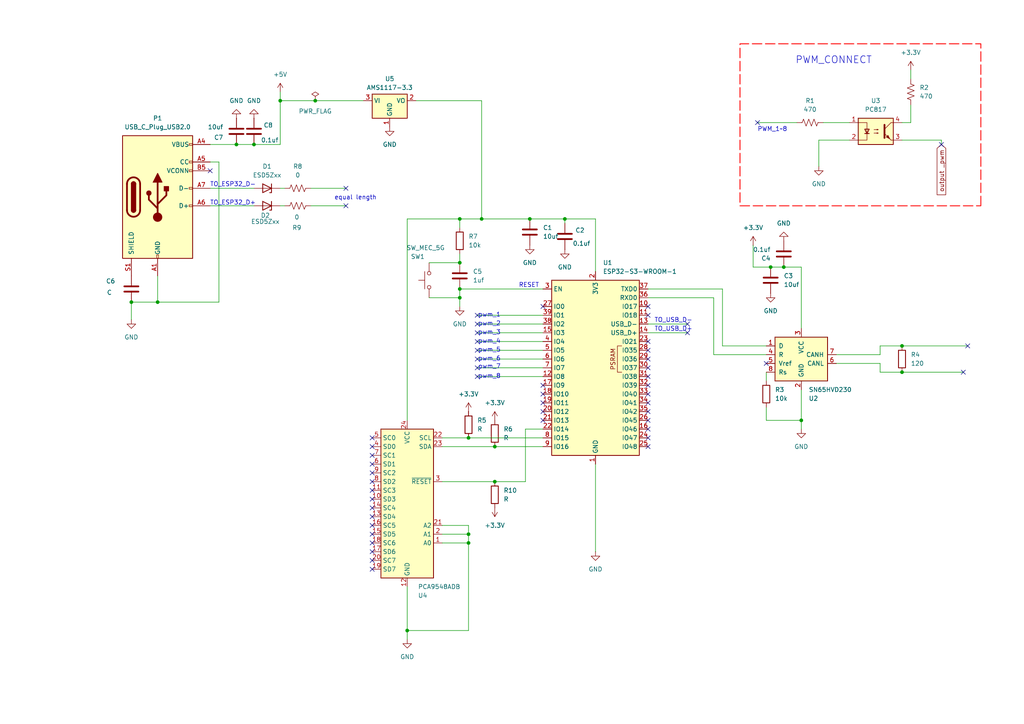
<source format=kicad_sch>
(kicad_sch
	(version 20250114)
	(generator "eeschema")
	(generator_version "9.0")
	(uuid "d43d8ca4-cef9-4c20-a5f6-e2ccd85ccd15")
	(paper "A4")
	(lib_symbols
		(symbol "Connector:USB_C_Plug_USB2.0"
			(pin_names
				(offset 1.016)
			)
			(exclude_from_sim no)
			(in_bom yes)
			(on_board yes)
			(property "Reference" "P"
				(at -10.16 19.05 0)
				(effects
					(font
						(size 1.27 1.27)
					)
					(justify left)
				)
			)
			(property "Value" "USB_C_Plug_USB2.0"
				(at 12.7 19.05 0)
				(effects
					(font
						(size 1.27 1.27)
					)
					(justify right)
				)
			)
			(property "Footprint" ""
				(at 3.81 0 0)
				(effects
					(font
						(size 1.27 1.27)
					)
					(hide yes)
				)
			)
			(property "Datasheet" "https://www.usb.org/sites/default/files/documents/usb_type-c.zip"
				(at 3.81 0 0)
				(effects
					(font
						(size 1.27 1.27)
					)
					(hide yes)
				)
			)
			(property "Description" "USB 2.0-only Type-C Plug connector"
				(at 0 0 0)
				(effects
					(font
						(size 1.27 1.27)
					)
					(hide yes)
				)
			)
			(property "ki_keywords" "usb universal serial bus type-C USB2.0"
				(at 0 0 0)
				(effects
					(font
						(size 1.27 1.27)
					)
					(hide yes)
				)
			)
			(property "ki_fp_filters" "USB*C*Plug*"
				(at 0 0 0)
				(effects
					(font
						(size 1.27 1.27)
					)
					(hide yes)
				)
			)
			(symbol "USB_C_Plug_USB2.0_0_0"
				(rectangle
					(start -0.254 -17.78)
					(end 0.254 -16.764)
					(stroke
						(width 0)
						(type default)
					)
					(fill
						(type none)
					)
				)
				(rectangle
					(start 10.16 15.494)
					(end 9.144 14.986)
					(stroke
						(width 0)
						(type default)
					)
					(fill
						(type none)
					)
				)
				(rectangle
					(start 10.16 10.414)
					(end 9.144 9.906)
					(stroke
						(width 0)
						(type default)
					)
					(fill
						(type none)
					)
				)
				(rectangle
					(start 10.16 7.874)
					(end 9.144 7.366)
					(stroke
						(width 0)
						(type default)
					)
					(fill
						(type none)
					)
				)
				(rectangle
					(start 10.16 2.794)
					(end 9.144 2.286)
					(stroke
						(width 0)
						(type default)
					)
					(fill
						(type none)
					)
				)
				(rectangle
					(start 10.16 -2.286)
					(end 9.144 -2.794)
					(stroke
						(width 0)
						(type default)
					)
					(fill
						(type none)
					)
				)
			)
			(symbol "USB_C_Plug_USB2.0_0_1"
				(rectangle
					(start -10.16 17.78)
					(end 10.16 -17.78)
					(stroke
						(width 0.254)
						(type default)
					)
					(fill
						(type background)
					)
				)
				(polyline
					(pts
						(xy -8.89 -3.81) (xy -8.89 3.81)
					)
					(stroke
						(width 0.508)
						(type default)
					)
					(fill
						(type none)
					)
				)
				(rectangle
					(start -7.62 -3.81)
					(end -6.35 3.81)
					(stroke
						(width 0.254)
						(type default)
					)
					(fill
						(type outline)
					)
				)
				(arc
					(start -7.62 3.81)
					(mid -6.985 4.4423)
					(end -6.35 3.81)
					(stroke
						(width 0.254)
						(type default)
					)
					(fill
						(type none)
					)
				)
				(arc
					(start -7.62 3.81)
					(mid -6.985 4.4423)
					(end -6.35 3.81)
					(stroke
						(width 0.254)
						(type default)
					)
					(fill
						(type outline)
					)
				)
				(arc
					(start -8.89 3.81)
					(mid -6.985 5.7067)
					(end -5.08 3.81)
					(stroke
						(width 0.508)
						(type default)
					)
					(fill
						(type none)
					)
				)
				(arc
					(start -5.08 -3.81)
					(mid -6.985 -5.7067)
					(end -8.89 -3.81)
					(stroke
						(width 0.508)
						(type default)
					)
					(fill
						(type none)
					)
				)
				(arc
					(start -6.35 -3.81)
					(mid -6.985 -4.4423)
					(end -7.62 -3.81)
					(stroke
						(width 0.254)
						(type default)
					)
					(fill
						(type none)
					)
				)
				(arc
					(start -6.35 -3.81)
					(mid -6.985 -4.4423)
					(end -7.62 -3.81)
					(stroke
						(width 0.254)
						(type default)
					)
					(fill
						(type outline)
					)
				)
				(polyline
					(pts
						(xy -5.08 3.81) (xy -5.08 -3.81)
					)
					(stroke
						(width 0.508)
						(type default)
					)
					(fill
						(type none)
					)
				)
				(circle
					(center -2.54 1.143)
					(radius 0.635)
					(stroke
						(width 0.254)
						(type default)
					)
					(fill
						(type outline)
					)
				)
				(polyline
					(pts
						(xy -1.27 4.318) (xy 0 6.858) (xy 1.27 4.318) (xy -1.27 4.318)
					)
					(stroke
						(width 0.254)
						(type default)
					)
					(fill
						(type outline)
					)
				)
				(polyline
					(pts
						(xy 0 -2.032) (xy 2.54 0.508) (xy 2.54 1.778)
					)
					(stroke
						(width 0.508)
						(type default)
					)
					(fill
						(type none)
					)
				)
				(polyline
					(pts
						(xy 0 -3.302) (xy -2.54 -0.762) (xy -2.54 0.508)
					)
					(stroke
						(width 0.508)
						(type default)
					)
					(fill
						(type none)
					)
				)
				(polyline
					(pts
						(xy 0 -5.842) (xy 0 4.318)
					)
					(stroke
						(width 0.508)
						(type default)
					)
					(fill
						(type none)
					)
				)
				(circle
					(center 0 -5.842)
					(radius 1.27)
					(stroke
						(width 0)
						(type default)
					)
					(fill
						(type outline)
					)
				)
				(rectangle
					(start 1.905 1.778)
					(end 3.175 3.048)
					(stroke
						(width 0.254)
						(type default)
					)
					(fill
						(type outline)
					)
				)
			)
			(symbol "USB_C_Plug_USB2.0_1_1"
				(pin passive line
					(at -7.62 -22.86 90)
					(length 5.08)
					(name "SHIELD"
						(effects
							(font
								(size 1.27 1.27)
							)
						)
					)
					(number "S1"
						(effects
							(font
								(size 1.27 1.27)
							)
						)
					)
				)
				(pin passive line
					(at 0 -22.86 90)
					(length 5.08)
					(name "GND"
						(effects
							(font
								(size 1.27 1.27)
							)
						)
					)
					(number "A1"
						(effects
							(font
								(size 1.27 1.27)
							)
						)
					)
				)
				(pin passive line
					(at 0 -22.86 90)
					(length 5.08)
					(hide yes)
					(name "GND"
						(effects
							(font
								(size 1.27 1.27)
							)
						)
					)
					(number "A12"
						(effects
							(font
								(size 1.27 1.27)
							)
						)
					)
				)
				(pin passive line
					(at 0 -22.86 90)
					(length 5.08)
					(hide yes)
					(name "GND"
						(effects
							(font
								(size 1.27 1.27)
							)
						)
					)
					(number "B1"
						(effects
							(font
								(size 1.27 1.27)
							)
						)
					)
				)
				(pin passive line
					(at 0 -22.86 90)
					(length 5.08)
					(hide yes)
					(name "GND"
						(effects
							(font
								(size 1.27 1.27)
							)
						)
					)
					(number "B12"
						(effects
							(font
								(size 1.27 1.27)
							)
						)
					)
				)
				(pin passive line
					(at 15.24 15.24 180)
					(length 5.08)
					(name "VBUS"
						(effects
							(font
								(size 1.27 1.27)
							)
						)
					)
					(number "A4"
						(effects
							(font
								(size 1.27 1.27)
							)
						)
					)
				)
				(pin passive line
					(at 15.24 15.24 180)
					(length 5.08)
					(hide yes)
					(name "VBUS"
						(effects
							(font
								(size 1.27 1.27)
							)
						)
					)
					(number "A9"
						(effects
							(font
								(size 1.27 1.27)
							)
						)
					)
				)
				(pin passive line
					(at 15.24 15.24 180)
					(length 5.08)
					(hide yes)
					(name "VBUS"
						(effects
							(font
								(size 1.27 1.27)
							)
						)
					)
					(number "B4"
						(effects
							(font
								(size 1.27 1.27)
							)
						)
					)
				)
				(pin passive line
					(at 15.24 15.24 180)
					(length 5.08)
					(hide yes)
					(name "VBUS"
						(effects
							(font
								(size 1.27 1.27)
							)
						)
					)
					(number "B9"
						(effects
							(font
								(size 1.27 1.27)
							)
						)
					)
				)
				(pin bidirectional line
					(at 15.24 10.16 180)
					(length 5.08)
					(name "CC"
						(effects
							(font
								(size 1.27 1.27)
							)
						)
					)
					(number "A5"
						(effects
							(font
								(size 1.27 1.27)
							)
						)
					)
				)
				(pin bidirectional line
					(at 15.24 7.62 180)
					(length 5.08)
					(name "VCONN"
						(effects
							(font
								(size 1.27 1.27)
							)
						)
					)
					(number "B5"
						(effects
							(font
								(size 1.27 1.27)
							)
						)
					)
				)
				(pin bidirectional line
					(at 15.24 2.54 180)
					(length 5.08)
					(name "D-"
						(effects
							(font
								(size 1.27 1.27)
							)
						)
					)
					(number "A7"
						(effects
							(font
								(size 1.27 1.27)
							)
						)
					)
				)
				(pin bidirectional line
					(at 15.24 -2.54 180)
					(length 5.08)
					(name "D+"
						(effects
							(font
								(size 1.27 1.27)
							)
						)
					)
					(number "A6"
						(effects
							(font
								(size 1.27 1.27)
							)
						)
					)
				)
			)
			(embedded_fonts no)
		)
		(symbol "Device:C"
			(pin_numbers
				(hide yes)
			)
			(pin_names
				(offset 0.254)
			)
			(exclude_from_sim no)
			(in_bom yes)
			(on_board yes)
			(property "Reference" "C"
				(at 0.635 2.54 0)
				(effects
					(font
						(size 1.27 1.27)
					)
					(justify left)
				)
			)
			(property "Value" "C"
				(at 0.635 -2.54 0)
				(effects
					(font
						(size 1.27 1.27)
					)
					(justify left)
				)
			)
			(property "Footprint" ""
				(at 0.9652 -3.81 0)
				(effects
					(font
						(size 1.27 1.27)
					)
					(hide yes)
				)
			)
			(property "Datasheet" "~"
				(at 0 0 0)
				(effects
					(font
						(size 1.27 1.27)
					)
					(hide yes)
				)
			)
			(property "Description" "Unpolarized capacitor"
				(at 0 0 0)
				(effects
					(font
						(size 1.27 1.27)
					)
					(hide yes)
				)
			)
			(property "ki_keywords" "cap capacitor"
				(at 0 0 0)
				(effects
					(font
						(size 1.27 1.27)
					)
					(hide yes)
				)
			)
			(property "ki_fp_filters" "C_*"
				(at 0 0 0)
				(effects
					(font
						(size 1.27 1.27)
					)
					(hide yes)
				)
			)
			(symbol "C_0_1"
				(polyline
					(pts
						(xy -2.032 0.762) (xy 2.032 0.762)
					)
					(stroke
						(width 0.508)
						(type default)
					)
					(fill
						(type none)
					)
				)
				(polyline
					(pts
						(xy -2.032 -0.762) (xy 2.032 -0.762)
					)
					(stroke
						(width 0.508)
						(type default)
					)
					(fill
						(type none)
					)
				)
			)
			(symbol "C_1_1"
				(pin passive line
					(at 0 3.81 270)
					(length 2.794)
					(name "~"
						(effects
							(font
								(size 1.27 1.27)
							)
						)
					)
					(number "1"
						(effects
							(font
								(size 1.27 1.27)
							)
						)
					)
				)
				(pin passive line
					(at 0 -3.81 90)
					(length 2.794)
					(name "~"
						(effects
							(font
								(size 1.27 1.27)
							)
						)
					)
					(number "2"
						(effects
							(font
								(size 1.27 1.27)
							)
						)
					)
				)
			)
			(embedded_fonts no)
		)
		(symbol "Device:R"
			(pin_numbers
				(hide yes)
			)
			(pin_names
				(offset 0)
			)
			(exclude_from_sim no)
			(in_bom yes)
			(on_board yes)
			(property "Reference" "R"
				(at 2.032 0 90)
				(effects
					(font
						(size 1.27 1.27)
					)
				)
			)
			(property "Value" "R"
				(at 0 0 90)
				(effects
					(font
						(size 1.27 1.27)
					)
				)
			)
			(property "Footprint" ""
				(at -1.778 0 90)
				(effects
					(font
						(size 1.27 1.27)
					)
					(hide yes)
				)
			)
			(property "Datasheet" "~"
				(at 0 0 0)
				(effects
					(font
						(size 1.27 1.27)
					)
					(hide yes)
				)
			)
			(property "Description" "Resistor"
				(at 0 0 0)
				(effects
					(font
						(size 1.27 1.27)
					)
					(hide yes)
				)
			)
			(property "ki_keywords" "R res resistor"
				(at 0 0 0)
				(effects
					(font
						(size 1.27 1.27)
					)
					(hide yes)
				)
			)
			(property "ki_fp_filters" "R_*"
				(at 0 0 0)
				(effects
					(font
						(size 1.27 1.27)
					)
					(hide yes)
				)
			)
			(symbol "R_0_1"
				(rectangle
					(start -1.016 -2.54)
					(end 1.016 2.54)
					(stroke
						(width 0.254)
						(type default)
					)
					(fill
						(type none)
					)
				)
			)
			(symbol "R_1_1"
				(pin passive line
					(at 0 3.81 270)
					(length 1.27)
					(name "~"
						(effects
							(font
								(size 1.27 1.27)
							)
						)
					)
					(number "1"
						(effects
							(font
								(size 1.27 1.27)
							)
						)
					)
				)
				(pin passive line
					(at 0 -3.81 90)
					(length 1.27)
					(name "~"
						(effects
							(font
								(size 1.27 1.27)
							)
						)
					)
					(number "2"
						(effects
							(font
								(size 1.27 1.27)
							)
						)
					)
				)
			)
			(embedded_fonts no)
		)
		(symbol "Device:R_US"
			(pin_numbers
				(hide yes)
			)
			(pin_names
				(offset 0)
			)
			(exclude_from_sim no)
			(in_bom yes)
			(on_board yes)
			(property "Reference" "R"
				(at 2.54 0 90)
				(effects
					(font
						(size 1.27 1.27)
					)
				)
			)
			(property "Value" "R_US"
				(at -2.54 0 90)
				(effects
					(font
						(size 1.27 1.27)
					)
				)
			)
			(property "Footprint" ""
				(at 1.016 -0.254 90)
				(effects
					(font
						(size 1.27 1.27)
					)
					(hide yes)
				)
			)
			(property "Datasheet" "~"
				(at 0 0 0)
				(effects
					(font
						(size 1.27 1.27)
					)
					(hide yes)
				)
			)
			(property "Description" "Resistor, US symbol"
				(at 0 0 0)
				(effects
					(font
						(size 1.27 1.27)
					)
					(hide yes)
				)
			)
			(property "ki_keywords" "R res resistor"
				(at 0 0 0)
				(effects
					(font
						(size 1.27 1.27)
					)
					(hide yes)
				)
			)
			(property "ki_fp_filters" "R_*"
				(at 0 0 0)
				(effects
					(font
						(size 1.27 1.27)
					)
					(hide yes)
				)
			)
			(symbol "R_US_0_1"
				(polyline
					(pts
						(xy 0 2.286) (xy 0 2.54)
					)
					(stroke
						(width 0)
						(type default)
					)
					(fill
						(type none)
					)
				)
				(polyline
					(pts
						(xy 0 2.286) (xy 1.016 1.905) (xy 0 1.524) (xy -1.016 1.143) (xy 0 0.762)
					)
					(stroke
						(width 0)
						(type default)
					)
					(fill
						(type none)
					)
				)
				(polyline
					(pts
						(xy 0 0.762) (xy 1.016 0.381) (xy 0 0) (xy -1.016 -0.381) (xy 0 -0.762)
					)
					(stroke
						(width 0)
						(type default)
					)
					(fill
						(type none)
					)
				)
				(polyline
					(pts
						(xy 0 -0.762) (xy 1.016 -1.143) (xy 0 -1.524) (xy -1.016 -1.905) (xy 0 -2.286)
					)
					(stroke
						(width 0)
						(type default)
					)
					(fill
						(type none)
					)
				)
				(polyline
					(pts
						(xy 0 -2.286) (xy 0 -2.54)
					)
					(stroke
						(width 0)
						(type default)
					)
					(fill
						(type none)
					)
				)
			)
			(symbol "R_US_1_1"
				(pin passive line
					(at 0 3.81 270)
					(length 1.27)
					(name "~"
						(effects
							(font
								(size 1.27 1.27)
							)
						)
					)
					(number "1"
						(effects
							(font
								(size 1.27 1.27)
							)
						)
					)
				)
				(pin passive line
					(at 0 -3.81 90)
					(length 1.27)
					(name "~"
						(effects
							(font
								(size 1.27 1.27)
							)
						)
					)
					(number "2"
						(effects
							(font
								(size 1.27 1.27)
							)
						)
					)
				)
			)
			(embedded_fonts no)
		)
		(symbol "Diode:ESD5Zxx"
			(pin_numbers
				(hide yes)
			)
			(pin_names
				(hide yes)
			)
			(exclude_from_sim no)
			(in_bom yes)
			(on_board yes)
			(property "Reference" "D"
				(at 0 2.54 0)
				(effects
					(font
						(size 1.27 1.27)
					)
				)
			)
			(property "Value" "ESD5Zxx"
				(at 0 -2.54 0)
				(effects
					(font
						(size 1.27 1.27)
					)
				)
			)
			(property "Footprint" "Diode_SMD:D_SOD-523"
				(at 0 -4.445 0)
				(effects
					(font
						(size 1.27 1.27)
					)
					(hide yes)
				)
			)
			(property "Datasheet" "https://www.onsemi.com/pdf/datasheet/esd5z2.5t1-d.pdf"
				(at 0 0 0)
				(effects
					(font
						(size 1.27 1.27)
					)
					(hide yes)
				)
			)
			(property "Description" "ESD Protection Diode, SOD-523"
				(at 0 0 0)
				(effects
					(font
						(size 1.27 1.27)
					)
					(hide yes)
				)
			)
			(property "ki_keywords" "esd tvs unidirectional diode"
				(at 0 0 0)
				(effects
					(font
						(size 1.27 1.27)
					)
					(hide yes)
				)
			)
			(property "ki_fp_filters" "D?SOD?523*"
				(at 0 0 0)
				(effects
					(font
						(size 1.27 1.27)
					)
					(hide yes)
				)
			)
			(symbol "ESD5Zxx_0_1"
				(polyline
					(pts
						(xy -1.27 -1.27) (xy -1.27 1.27) (xy -0.762 1.27)
					)
					(stroke
						(width 0.254)
						(type default)
					)
					(fill
						(type none)
					)
				)
				(polyline
					(pts
						(xy 1.27 0) (xy -1.27 0)
					)
					(stroke
						(width 0)
						(type default)
					)
					(fill
						(type none)
					)
				)
				(polyline
					(pts
						(xy 1.27 -1.27) (xy 1.27 1.27) (xy -1.27 0) (xy 1.27 -1.27)
					)
					(stroke
						(width 0.254)
						(type default)
					)
					(fill
						(type none)
					)
				)
			)
			(symbol "ESD5Zxx_1_1"
				(pin passive line
					(at -3.81 0 0)
					(length 2.54)
					(name "K"
						(effects
							(font
								(size 1.27 1.27)
							)
						)
					)
					(number "1"
						(effects
							(font
								(size 1.27 1.27)
							)
						)
					)
				)
				(pin passive line
					(at 3.81 0 180)
					(length 2.54)
					(name "A"
						(effects
							(font
								(size 1.27 1.27)
							)
						)
					)
					(number "2"
						(effects
							(font
								(size 1.27 1.27)
							)
						)
					)
				)
			)
			(embedded_fonts no)
		)
		(symbol "Interface_CAN_LIN:SN65HVD230"
			(pin_names
				(offset 1.016)
			)
			(exclude_from_sim no)
			(in_bom yes)
			(on_board yes)
			(property "Reference" "U"
				(at -2.54 10.16 0)
				(effects
					(font
						(size 1.27 1.27)
					)
					(justify right)
				)
			)
			(property "Value" "SN65HVD230"
				(at -2.54 7.62 0)
				(effects
					(font
						(size 1.27 1.27)
					)
					(justify right)
				)
			)
			(property "Footprint" "Package_SO:SOIC-8_3.9x4.9mm_P1.27mm"
				(at 0 -12.7 0)
				(effects
					(font
						(size 1.27 1.27)
					)
					(hide yes)
				)
			)
			(property "Datasheet" "http://www.ti.com/lit/ds/symlink/sn65hvd230.pdf"
				(at -2.54 10.16 0)
				(effects
					(font
						(size 1.27 1.27)
					)
					(hide yes)
				)
			)
			(property "Description" "CAN Bus Transceivers, 3.3V, 1Mbps, Low-Power capabilities, SOIC-8"
				(at 0 0 0)
				(effects
					(font
						(size 1.27 1.27)
					)
					(hide yes)
				)
			)
			(property "ki_keywords" "can transeiver ti low-power"
				(at 0 0 0)
				(effects
					(font
						(size 1.27 1.27)
					)
					(hide yes)
				)
			)
			(property "ki_fp_filters" "SOIC*3.9x4.9mm*P1.27mm*"
				(at 0 0 0)
				(effects
					(font
						(size 1.27 1.27)
					)
					(hide yes)
				)
			)
			(symbol "SN65HVD230_0_1"
				(rectangle
					(start -7.62 5.08)
					(end 7.62 -7.62)
					(stroke
						(width 0.254)
						(type default)
					)
					(fill
						(type background)
					)
				)
			)
			(symbol "SN65HVD230_1_1"
				(pin input line
					(at -10.16 2.54 0)
					(length 2.54)
					(name "D"
						(effects
							(font
								(size 1.27 1.27)
							)
						)
					)
					(number "1"
						(effects
							(font
								(size 1.27 1.27)
							)
						)
					)
				)
				(pin output line
					(at -10.16 0 0)
					(length 2.54)
					(name "R"
						(effects
							(font
								(size 1.27 1.27)
							)
						)
					)
					(number "4"
						(effects
							(font
								(size 1.27 1.27)
							)
						)
					)
				)
				(pin output line
					(at -10.16 -2.54 0)
					(length 2.54)
					(name "Vref"
						(effects
							(font
								(size 1.27 1.27)
							)
						)
					)
					(number "5"
						(effects
							(font
								(size 1.27 1.27)
							)
						)
					)
				)
				(pin input line
					(at -10.16 -5.08 0)
					(length 2.54)
					(name "Rs"
						(effects
							(font
								(size 1.27 1.27)
							)
						)
					)
					(number "8"
						(effects
							(font
								(size 1.27 1.27)
							)
						)
					)
				)
				(pin power_in line
					(at 0 7.62 270)
					(length 2.54)
					(name "VCC"
						(effects
							(font
								(size 1.27 1.27)
							)
						)
					)
					(number "3"
						(effects
							(font
								(size 1.27 1.27)
							)
						)
					)
				)
				(pin power_in line
					(at 0 -10.16 90)
					(length 2.54)
					(name "GND"
						(effects
							(font
								(size 1.27 1.27)
							)
						)
					)
					(number "2"
						(effects
							(font
								(size 1.27 1.27)
							)
						)
					)
				)
				(pin bidirectional line
					(at 10.16 0 180)
					(length 2.54)
					(name "CANH"
						(effects
							(font
								(size 1.27 1.27)
							)
						)
					)
					(number "7"
						(effects
							(font
								(size 1.27 1.27)
							)
						)
					)
				)
				(pin bidirectional line
					(at 10.16 -2.54 180)
					(length 2.54)
					(name "CANL"
						(effects
							(font
								(size 1.27 1.27)
							)
						)
					)
					(number "6"
						(effects
							(font
								(size 1.27 1.27)
							)
						)
					)
				)
			)
			(embedded_fonts no)
		)
		(symbol "Interface_Expansion:PCA9548ADB"
			(exclude_from_sim no)
			(in_bom yes)
			(on_board yes)
			(property "Reference" "U"
				(at -7.62 21.59 0)
				(effects
					(font
						(size 1.27 1.27)
					)
					(justify left)
				)
			)
			(property "Value" "PCA9548ADB"
				(at 1.016 21.59 0)
				(effects
					(font
						(size 1.27 1.27)
					)
					(justify left)
				)
			)
			(property "Footprint" "Package_SO:SSOP-24_5.3x8.2mm_P0.65mm"
				(at 0 -25.4 0)
				(effects
					(font
						(size 1.27 1.27)
					)
					(hide yes)
				)
			)
			(property "Datasheet" "http://www.ti.com/lit/ds/symlink/pca9548a.pdf"
				(at 1.27 6.35 0)
				(effects
					(font
						(size 1.27 1.27)
					)
					(hide yes)
				)
			)
			(property "Description" "Low voltage 8-channel I2C switch with reset, SSOP-24"
				(at 0 0 0)
				(effects
					(font
						(size 1.27 1.27)
					)
					(hide yes)
				)
			)
			(property "ki_keywords" "Low voltage 8-channel I2C switch with reset"
				(at 0 0 0)
				(effects
					(font
						(size 1.27 1.27)
					)
					(hide yes)
				)
			)
			(property "ki_fp_filters" "SSOP*5.3x8.2mm*P0.65mm*"
				(at 0 0 0)
				(effects
					(font
						(size 1.27 1.27)
					)
					(hide yes)
				)
			)
			(symbol "PCA9548ADB_0_1"
				(rectangle
					(start -7.62 20.32)
					(end 7.62 -22.86)
					(stroke
						(width 0.254)
						(type default)
					)
					(fill
						(type background)
					)
				)
			)
			(symbol "PCA9548ADB_1_1"
				(pin input line
					(at -10.16 17.78 0)
					(length 2.54)
					(name "SCL"
						(effects
							(font
								(size 1.27 1.27)
							)
						)
					)
					(number "22"
						(effects
							(font
								(size 1.27 1.27)
							)
						)
					)
				)
				(pin bidirectional line
					(at -10.16 15.24 0)
					(length 2.54)
					(name "SDA"
						(effects
							(font
								(size 1.27 1.27)
							)
						)
					)
					(number "23"
						(effects
							(font
								(size 1.27 1.27)
							)
						)
					)
				)
				(pin input line
					(at -10.16 5.08 0)
					(length 2.54)
					(name "~{RESET}"
						(effects
							(font
								(size 1.27 1.27)
							)
						)
					)
					(number "3"
						(effects
							(font
								(size 1.27 1.27)
							)
						)
					)
				)
				(pin input line
					(at -10.16 -7.62 0)
					(length 2.54)
					(name "A2"
						(effects
							(font
								(size 1.27 1.27)
							)
						)
					)
					(number "21"
						(effects
							(font
								(size 1.27 1.27)
							)
						)
					)
				)
				(pin input line
					(at -10.16 -10.16 0)
					(length 2.54)
					(name "A1"
						(effects
							(font
								(size 1.27 1.27)
							)
						)
					)
					(number "2"
						(effects
							(font
								(size 1.27 1.27)
							)
						)
					)
				)
				(pin input line
					(at -10.16 -12.7 0)
					(length 2.54)
					(name "A0"
						(effects
							(font
								(size 1.27 1.27)
							)
						)
					)
					(number "1"
						(effects
							(font
								(size 1.27 1.27)
							)
						)
					)
				)
				(pin power_in line
					(at 0 22.86 270)
					(length 2.54)
					(name "VCC"
						(effects
							(font
								(size 1.27 1.27)
							)
						)
					)
					(number "24"
						(effects
							(font
								(size 1.27 1.27)
							)
						)
					)
				)
				(pin power_in line
					(at 0 -25.4 90)
					(length 2.54)
					(name "GND"
						(effects
							(font
								(size 1.27 1.27)
							)
						)
					)
					(number "12"
						(effects
							(font
								(size 1.27 1.27)
							)
						)
					)
				)
				(pin output line
					(at 10.16 17.78 180)
					(length 2.54)
					(name "SC0"
						(effects
							(font
								(size 1.27 1.27)
							)
						)
					)
					(number "5"
						(effects
							(font
								(size 1.27 1.27)
							)
						)
					)
				)
				(pin bidirectional line
					(at 10.16 15.24 180)
					(length 2.54)
					(name "SD0"
						(effects
							(font
								(size 1.27 1.27)
							)
						)
					)
					(number "4"
						(effects
							(font
								(size 1.27 1.27)
							)
						)
					)
				)
				(pin output line
					(at 10.16 12.7 180)
					(length 2.54)
					(name "SC1"
						(effects
							(font
								(size 1.27 1.27)
							)
						)
					)
					(number "7"
						(effects
							(font
								(size 1.27 1.27)
							)
						)
					)
				)
				(pin bidirectional line
					(at 10.16 10.16 180)
					(length 2.54)
					(name "SD1"
						(effects
							(font
								(size 1.27 1.27)
							)
						)
					)
					(number "6"
						(effects
							(font
								(size 1.27 1.27)
							)
						)
					)
				)
				(pin output line
					(at 10.16 7.62 180)
					(length 2.54)
					(name "SC2"
						(effects
							(font
								(size 1.27 1.27)
							)
						)
					)
					(number "9"
						(effects
							(font
								(size 1.27 1.27)
							)
						)
					)
				)
				(pin bidirectional line
					(at 10.16 5.08 180)
					(length 2.54)
					(name "SD2"
						(effects
							(font
								(size 1.27 1.27)
							)
						)
					)
					(number "8"
						(effects
							(font
								(size 1.27 1.27)
							)
						)
					)
				)
				(pin output line
					(at 10.16 2.54 180)
					(length 2.54)
					(name "SC3"
						(effects
							(font
								(size 1.27 1.27)
							)
						)
					)
					(number "11"
						(effects
							(font
								(size 1.27 1.27)
							)
						)
					)
				)
				(pin bidirectional line
					(at 10.16 0 180)
					(length 2.54)
					(name "SD3"
						(effects
							(font
								(size 1.27 1.27)
							)
						)
					)
					(number "10"
						(effects
							(font
								(size 1.27 1.27)
							)
						)
					)
				)
				(pin output line
					(at 10.16 -2.54 180)
					(length 2.54)
					(name "SC4"
						(effects
							(font
								(size 1.27 1.27)
							)
						)
					)
					(number "14"
						(effects
							(font
								(size 1.27 1.27)
							)
						)
					)
				)
				(pin bidirectional line
					(at 10.16 -5.08 180)
					(length 2.54)
					(name "SD4"
						(effects
							(font
								(size 1.27 1.27)
							)
						)
					)
					(number "13"
						(effects
							(font
								(size 1.27 1.27)
							)
						)
					)
				)
				(pin output line
					(at 10.16 -7.62 180)
					(length 2.54)
					(name "SC5"
						(effects
							(font
								(size 1.27 1.27)
							)
						)
					)
					(number "16"
						(effects
							(font
								(size 1.27 1.27)
							)
						)
					)
				)
				(pin bidirectional line
					(at 10.16 -10.16 180)
					(length 2.54)
					(name "SD5"
						(effects
							(font
								(size 1.27 1.27)
							)
						)
					)
					(number "15"
						(effects
							(font
								(size 1.27 1.27)
							)
						)
					)
				)
				(pin output line
					(at 10.16 -12.7 180)
					(length 2.54)
					(name "SC6"
						(effects
							(font
								(size 1.27 1.27)
							)
						)
					)
					(number "18"
						(effects
							(font
								(size 1.27 1.27)
							)
						)
					)
				)
				(pin bidirectional line
					(at 10.16 -15.24 180)
					(length 2.54)
					(name "SD6"
						(effects
							(font
								(size 1.27 1.27)
							)
						)
					)
					(number "17"
						(effects
							(font
								(size 1.27 1.27)
							)
						)
					)
				)
				(pin output line
					(at 10.16 -17.78 180)
					(length 2.54)
					(name "SC7"
						(effects
							(font
								(size 1.27 1.27)
							)
						)
					)
					(number "20"
						(effects
							(font
								(size 1.27 1.27)
							)
						)
					)
				)
				(pin bidirectional line
					(at 10.16 -20.32 180)
					(length 2.54)
					(name "SD7"
						(effects
							(font
								(size 1.27 1.27)
							)
						)
					)
					(number "19"
						(effects
							(font
								(size 1.27 1.27)
							)
						)
					)
				)
			)
			(embedded_fonts no)
		)
		(symbol "Isolator:PC817"
			(pin_names
				(offset 1.016)
			)
			(exclude_from_sim no)
			(in_bom yes)
			(on_board yes)
			(property "Reference" "U"
				(at -5.08 5.08 0)
				(effects
					(font
						(size 1.27 1.27)
					)
					(justify left)
				)
			)
			(property "Value" "PC817"
				(at 0 5.08 0)
				(effects
					(font
						(size 1.27 1.27)
					)
					(justify left)
				)
			)
			(property "Footprint" "Package_DIP:DIP-4_W7.62mm"
				(at -5.08 -5.08 0)
				(effects
					(font
						(size 1.27 1.27)
						(italic yes)
					)
					(justify left)
					(hide yes)
				)
			)
			(property "Datasheet" "http://www.soselectronic.cz/a_info/resource/d/pc817.pdf"
				(at 0 0 0)
				(effects
					(font
						(size 1.27 1.27)
					)
					(justify left)
					(hide yes)
				)
			)
			(property "Description" "DC Optocoupler, Vce 35V, CTR 50-300%, DIP-4"
				(at 0 0 0)
				(effects
					(font
						(size 1.27 1.27)
					)
					(hide yes)
				)
			)
			(property "ki_keywords" "NPN DC Optocoupler"
				(at 0 0 0)
				(effects
					(font
						(size 1.27 1.27)
					)
					(hide yes)
				)
			)
			(property "ki_fp_filters" "DIP*W7.62mm*"
				(at 0 0 0)
				(effects
					(font
						(size 1.27 1.27)
					)
					(hide yes)
				)
			)
			(symbol "PC817_0_1"
				(rectangle
					(start -5.08 3.81)
					(end 5.08 -3.81)
					(stroke
						(width 0.254)
						(type default)
					)
					(fill
						(type background)
					)
				)
				(polyline
					(pts
						(xy -5.08 2.54) (xy -2.54 2.54) (xy -2.54 -0.635)
					)
					(stroke
						(width 0)
						(type default)
					)
					(fill
						(type none)
					)
				)
				(polyline
					(pts
						(xy -3.175 -0.635) (xy -1.905 -0.635)
					)
					(stroke
						(width 0.254)
						(type default)
					)
					(fill
						(type none)
					)
				)
				(polyline
					(pts
						(xy -2.54 -0.635) (xy -2.54 -2.54) (xy -5.08 -2.54)
					)
					(stroke
						(width 0)
						(type default)
					)
					(fill
						(type none)
					)
				)
				(polyline
					(pts
						(xy -2.54 -0.635) (xy -3.175 0.635) (xy -1.905 0.635) (xy -2.54 -0.635)
					)
					(stroke
						(width 0.254)
						(type default)
					)
					(fill
						(type none)
					)
				)
				(polyline
					(pts
						(xy -0.508 0.508) (xy 0.762 0.508) (xy 0.381 0.381) (xy 0.381 0.635) (xy 0.762 0.508)
					)
					(stroke
						(width 0)
						(type default)
					)
					(fill
						(type none)
					)
				)
				(polyline
					(pts
						(xy -0.508 -0.508) (xy 0.762 -0.508) (xy 0.381 -0.635) (xy 0.381 -0.381) (xy 0.762 -0.508)
					)
					(stroke
						(width 0)
						(type default)
					)
					(fill
						(type none)
					)
				)
				(polyline
					(pts
						(xy 2.54 1.905) (xy 2.54 -1.905)
					)
					(stroke
						(width 0.508)
						(type default)
					)
					(fill
						(type none)
					)
				)
				(polyline
					(pts
						(xy 2.54 0.635) (xy 4.445 2.54)
					)
					(stroke
						(width 0)
						(type default)
					)
					(fill
						(type none)
					)
				)
				(polyline
					(pts
						(xy 3.048 -1.651) (xy 3.556 -1.143) (xy 4.064 -2.159) (xy 3.048 -1.651)
					)
					(stroke
						(width 0)
						(type default)
					)
					(fill
						(type outline)
					)
				)
				(polyline
					(pts
						(xy 4.445 2.54) (xy 5.08 2.54)
					)
					(stroke
						(width 0)
						(type default)
					)
					(fill
						(type none)
					)
				)
				(polyline
					(pts
						(xy 4.445 -2.54) (xy 2.54 -0.635)
					)
					(stroke
						(width 0)
						(type default)
					)
					(fill
						(type outline)
					)
				)
				(polyline
					(pts
						(xy 4.445 -2.54) (xy 5.08 -2.54)
					)
					(stroke
						(width 0)
						(type default)
					)
					(fill
						(type none)
					)
				)
			)
			(symbol "PC817_1_1"
				(pin passive line
					(at -7.62 2.54 0)
					(length 2.54)
					(name "~"
						(effects
							(font
								(size 1.27 1.27)
							)
						)
					)
					(number "1"
						(effects
							(font
								(size 1.27 1.27)
							)
						)
					)
				)
				(pin passive line
					(at -7.62 -2.54 0)
					(length 2.54)
					(name "~"
						(effects
							(font
								(size 1.27 1.27)
							)
						)
					)
					(number "2"
						(effects
							(font
								(size 1.27 1.27)
							)
						)
					)
				)
				(pin passive line
					(at 7.62 2.54 180)
					(length 2.54)
					(name "~"
						(effects
							(font
								(size 1.27 1.27)
							)
						)
					)
					(number "4"
						(effects
							(font
								(size 1.27 1.27)
							)
						)
					)
				)
				(pin passive line
					(at 7.62 -2.54 180)
					(length 2.54)
					(name "~"
						(effects
							(font
								(size 1.27 1.27)
							)
						)
					)
					(number "3"
						(effects
							(font
								(size 1.27 1.27)
							)
						)
					)
				)
			)
			(embedded_fonts no)
		)
		(symbol "RF_Module:ESP32-S3-WROOM-1"
			(exclude_from_sim no)
			(in_bom yes)
			(on_board yes)
			(property "Reference" "U"
				(at -12.7 26.67 0)
				(effects
					(font
						(size 1.27 1.27)
					)
				)
			)
			(property "Value" "ESP32-S3-WROOM-1"
				(at 12.7 26.67 0)
				(effects
					(font
						(size 1.27 1.27)
					)
				)
			)
			(property "Footprint" "RF_Module:ESP32-S3-WROOM-1"
				(at 0 2.54 0)
				(effects
					(font
						(size 1.27 1.27)
					)
					(hide yes)
				)
			)
			(property "Datasheet" "https://www.espressif.com/sites/default/files/documentation/esp32-s3-wroom-1_wroom-1u_datasheet_en.pdf"
				(at 0 0 0)
				(effects
					(font
						(size 1.27 1.27)
					)
					(hide yes)
				)
			)
			(property "Description" "RF Module, ESP32-S3 SoC, Wi-Fi 802.11b/g/n, Bluetooth, BLE, 32-bit, 3.3V, onboard antenna, SMD"
				(at 0 0 0)
				(effects
					(font
						(size 1.27 1.27)
					)
					(hide yes)
				)
			)
			(property "ki_keywords" "RF Radio BT ESP ESP32-S3 Espressif onboard PCB antenna"
				(at 0 0 0)
				(effects
					(font
						(size 1.27 1.27)
					)
					(hide yes)
				)
			)
			(property "ki_fp_filters" "ESP32?S3?WROOM?1*"
				(at 0 0 0)
				(effects
					(font
						(size 1.27 1.27)
					)
					(hide yes)
				)
			)
			(symbol "ESP32-S3-WROOM-1_0_0"
				(rectangle
					(start -12.7 25.4)
					(end 12.7 -25.4)
					(stroke
						(width 0.254)
						(type default)
					)
					(fill
						(type background)
					)
				)
				(text "PSRAM"
					(at 5.08 2.54 900)
					(effects
						(font
							(size 1.27 1.27)
						)
					)
				)
			)
			(symbol "ESP32-S3-WROOM-1_0_1"
				(polyline
					(pts
						(xy 7.62 -1.27) (xy 6.35 -1.27) (xy 6.35 6.35) (xy 7.62 6.35)
					)
					(stroke
						(width 0)
						(type default)
					)
					(fill
						(type none)
					)
				)
			)
			(symbol "ESP32-S3-WROOM-1_1_1"
				(pin input line
					(at -15.24 22.86 0)
					(length 2.54)
					(name "EN"
						(effects
							(font
								(size 1.27 1.27)
							)
						)
					)
					(number "3"
						(effects
							(font
								(size 1.27 1.27)
							)
						)
					)
				)
				(pin bidirectional line
					(at -15.24 17.78 0)
					(length 2.54)
					(name "IO0"
						(effects
							(font
								(size 1.27 1.27)
							)
						)
					)
					(number "27"
						(effects
							(font
								(size 1.27 1.27)
							)
						)
					)
				)
				(pin bidirectional line
					(at -15.24 15.24 0)
					(length 2.54)
					(name "IO1"
						(effects
							(font
								(size 1.27 1.27)
							)
						)
					)
					(number "39"
						(effects
							(font
								(size 1.27 1.27)
							)
						)
					)
				)
				(pin bidirectional line
					(at -15.24 12.7 0)
					(length 2.54)
					(name "IO2"
						(effects
							(font
								(size 1.27 1.27)
							)
						)
					)
					(number "38"
						(effects
							(font
								(size 1.27 1.27)
							)
						)
					)
				)
				(pin bidirectional line
					(at -15.24 10.16 0)
					(length 2.54)
					(name "IO3"
						(effects
							(font
								(size 1.27 1.27)
							)
						)
					)
					(number "15"
						(effects
							(font
								(size 1.27 1.27)
							)
						)
					)
				)
				(pin bidirectional line
					(at -15.24 7.62 0)
					(length 2.54)
					(name "IO4"
						(effects
							(font
								(size 1.27 1.27)
							)
						)
					)
					(number "4"
						(effects
							(font
								(size 1.27 1.27)
							)
						)
					)
				)
				(pin bidirectional line
					(at -15.24 5.08 0)
					(length 2.54)
					(name "IO5"
						(effects
							(font
								(size 1.27 1.27)
							)
						)
					)
					(number "5"
						(effects
							(font
								(size 1.27 1.27)
							)
						)
					)
				)
				(pin bidirectional line
					(at -15.24 2.54 0)
					(length 2.54)
					(name "IO6"
						(effects
							(font
								(size 1.27 1.27)
							)
						)
					)
					(number "6"
						(effects
							(font
								(size 1.27 1.27)
							)
						)
					)
				)
				(pin bidirectional line
					(at -15.24 0 0)
					(length 2.54)
					(name "IO7"
						(effects
							(font
								(size 1.27 1.27)
							)
						)
					)
					(number "7"
						(effects
							(font
								(size 1.27 1.27)
							)
						)
					)
				)
				(pin bidirectional line
					(at -15.24 -2.54 0)
					(length 2.54)
					(name "IO8"
						(effects
							(font
								(size 1.27 1.27)
							)
						)
					)
					(number "12"
						(effects
							(font
								(size 1.27 1.27)
							)
						)
					)
				)
				(pin bidirectional line
					(at -15.24 -5.08 0)
					(length 2.54)
					(name "IO9"
						(effects
							(font
								(size 1.27 1.27)
							)
						)
					)
					(number "17"
						(effects
							(font
								(size 1.27 1.27)
							)
						)
					)
				)
				(pin bidirectional line
					(at -15.24 -7.62 0)
					(length 2.54)
					(name "IO10"
						(effects
							(font
								(size 1.27 1.27)
							)
						)
					)
					(number "18"
						(effects
							(font
								(size 1.27 1.27)
							)
						)
					)
				)
				(pin bidirectional line
					(at -15.24 -10.16 0)
					(length 2.54)
					(name "IO11"
						(effects
							(font
								(size 1.27 1.27)
							)
						)
					)
					(number "19"
						(effects
							(font
								(size 1.27 1.27)
							)
						)
					)
				)
				(pin bidirectional line
					(at -15.24 -12.7 0)
					(length 2.54)
					(name "IO12"
						(effects
							(font
								(size 1.27 1.27)
							)
						)
					)
					(number "20"
						(effects
							(font
								(size 1.27 1.27)
							)
						)
					)
				)
				(pin bidirectional line
					(at -15.24 -15.24 0)
					(length 2.54)
					(name "IO13"
						(effects
							(font
								(size 1.27 1.27)
							)
						)
					)
					(number "21"
						(effects
							(font
								(size 1.27 1.27)
							)
						)
					)
				)
				(pin bidirectional line
					(at -15.24 -17.78 0)
					(length 2.54)
					(name "IO14"
						(effects
							(font
								(size 1.27 1.27)
							)
						)
					)
					(number "22"
						(effects
							(font
								(size 1.27 1.27)
							)
						)
					)
				)
				(pin bidirectional line
					(at -15.24 -20.32 0)
					(length 2.54)
					(name "IO15"
						(effects
							(font
								(size 1.27 1.27)
							)
						)
					)
					(number "8"
						(effects
							(font
								(size 1.27 1.27)
							)
						)
					)
				)
				(pin bidirectional line
					(at -15.24 -22.86 0)
					(length 2.54)
					(name "IO16"
						(effects
							(font
								(size 1.27 1.27)
							)
						)
					)
					(number "9"
						(effects
							(font
								(size 1.27 1.27)
							)
						)
					)
				)
				(pin power_in line
					(at 0 27.94 270)
					(length 2.54)
					(name "3V3"
						(effects
							(font
								(size 1.27 1.27)
							)
						)
					)
					(number "2"
						(effects
							(font
								(size 1.27 1.27)
							)
						)
					)
				)
				(pin power_in line
					(at 0 -27.94 90)
					(length 2.54)
					(name "GND"
						(effects
							(font
								(size 1.27 1.27)
							)
						)
					)
					(number "1"
						(effects
							(font
								(size 1.27 1.27)
							)
						)
					)
				)
				(pin passive line
					(at 0 -27.94 90)
					(length 2.54)
					(hide yes)
					(name "GND"
						(effects
							(font
								(size 1.27 1.27)
							)
						)
					)
					(number "40"
						(effects
							(font
								(size 1.27 1.27)
							)
						)
					)
				)
				(pin passive line
					(at 0 -27.94 90)
					(length 2.54)
					(hide yes)
					(name "GND"
						(effects
							(font
								(size 1.27 1.27)
							)
						)
					)
					(number "41"
						(effects
							(font
								(size 1.27 1.27)
							)
						)
					)
				)
				(pin bidirectional line
					(at 15.24 22.86 180)
					(length 2.54)
					(name "TXD0"
						(effects
							(font
								(size 1.27 1.27)
							)
						)
					)
					(number "37"
						(effects
							(font
								(size 1.27 1.27)
							)
						)
					)
				)
				(pin bidirectional line
					(at 15.24 20.32 180)
					(length 2.54)
					(name "RXD0"
						(effects
							(font
								(size 1.27 1.27)
							)
						)
					)
					(number "36"
						(effects
							(font
								(size 1.27 1.27)
							)
						)
					)
				)
				(pin bidirectional line
					(at 15.24 17.78 180)
					(length 2.54)
					(name "IO17"
						(effects
							(font
								(size 1.27 1.27)
							)
						)
					)
					(number "10"
						(effects
							(font
								(size 1.27 1.27)
							)
						)
					)
				)
				(pin bidirectional line
					(at 15.24 15.24 180)
					(length 2.54)
					(name "IO18"
						(effects
							(font
								(size 1.27 1.27)
							)
						)
					)
					(number "11"
						(effects
							(font
								(size 1.27 1.27)
							)
						)
					)
				)
				(pin bidirectional line
					(at 15.24 12.7 180)
					(length 2.54)
					(name "USB_D-"
						(effects
							(font
								(size 1.27 1.27)
							)
						)
					)
					(number "13"
						(effects
							(font
								(size 1.27 1.27)
							)
						)
					)
					(alternate "IO19" bidirectional line)
				)
				(pin bidirectional line
					(at 15.24 10.16 180)
					(length 2.54)
					(name "USB_D+"
						(effects
							(font
								(size 1.27 1.27)
							)
						)
					)
					(number "14"
						(effects
							(font
								(size 1.27 1.27)
							)
						)
					)
					(alternate "IO20" bidirectional line)
				)
				(pin bidirectional line
					(at 15.24 7.62 180)
					(length 2.54)
					(name "IO21"
						(effects
							(font
								(size 1.27 1.27)
							)
						)
					)
					(number "23"
						(effects
							(font
								(size 1.27 1.27)
							)
						)
					)
				)
				(pin bidirectional line
					(at 15.24 5.08 180)
					(length 2.54)
					(name "IO35"
						(effects
							(font
								(size 1.27 1.27)
							)
						)
					)
					(number "28"
						(effects
							(font
								(size 1.27 1.27)
							)
						)
					)
				)
				(pin bidirectional line
					(at 15.24 2.54 180)
					(length 2.54)
					(name "IO36"
						(effects
							(font
								(size 1.27 1.27)
							)
						)
					)
					(number "29"
						(effects
							(font
								(size 1.27 1.27)
							)
						)
					)
				)
				(pin bidirectional line
					(at 15.24 0 180)
					(length 2.54)
					(name "IO37"
						(effects
							(font
								(size 1.27 1.27)
							)
						)
					)
					(number "30"
						(effects
							(font
								(size 1.27 1.27)
							)
						)
					)
				)
				(pin bidirectional line
					(at 15.24 -2.54 180)
					(length 2.54)
					(name "IO38"
						(effects
							(font
								(size 1.27 1.27)
							)
						)
					)
					(number "31"
						(effects
							(font
								(size 1.27 1.27)
							)
						)
					)
				)
				(pin bidirectional line
					(at 15.24 -5.08 180)
					(length 2.54)
					(name "IO39"
						(effects
							(font
								(size 1.27 1.27)
							)
						)
					)
					(number "32"
						(effects
							(font
								(size 1.27 1.27)
							)
						)
					)
				)
				(pin bidirectional line
					(at 15.24 -7.62 180)
					(length 2.54)
					(name "IO40"
						(effects
							(font
								(size 1.27 1.27)
							)
						)
					)
					(number "33"
						(effects
							(font
								(size 1.27 1.27)
							)
						)
					)
				)
				(pin bidirectional line
					(at 15.24 -10.16 180)
					(length 2.54)
					(name "IO41"
						(effects
							(font
								(size 1.27 1.27)
							)
						)
					)
					(number "34"
						(effects
							(font
								(size 1.27 1.27)
							)
						)
					)
				)
				(pin bidirectional line
					(at 15.24 -12.7 180)
					(length 2.54)
					(name "IO42"
						(effects
							(font
								(size 1.27 1.27)
							)
						)
					)
					(number "35"
						(effects
							(font
								(size 1.27 1.27)
							)
						)
					)
				)
				(pin bidirectional line
					(at 15.24 -15.24 180)
					(length 2.54)
					(name "IO45"
						(effects
							(font
								(size 1.27 1.27)
							)
						)
					)
					(number "26"
						(effects
							(font
								(size 1.27 1.27)
							)
						)
					)
				)
				(pin bidirectional line
					(at 15.24 -17.78 180)
					(length 2.54)
					(name "IO46"
						(effects
							(font
								(size 1.27 1.27)
							)
						)
					)
					(number "16"
						(effects
							(font
								(size 1.27 1.27)
							)
						)
					)
				)
				(pin bidirectional line
					(at 15.24 -20.32 180)
					(length 2.54)
					(name "IO47"
						(effects
							(font
								(size 1.27 1.27)
							)
						)
					)
					(number "24"
						(effects
							(font
								(size 1.27 1.27)
							)
						)
					)
				)
				(pin bidirectional line
					(at 15.24 -22.86 180)
					(length 2.54)
					(name "IO48"
						(effects
							(font
								(size 1.27 1.27)
							)
						)
					)
					(number "25"
						(effects
							(font
								(size 1.27 1.27)
							)
						)
					)
				)
			)
			(embedded_fonts no)
		)
		(symbol "Regulator_Linear:AMS1117-3.3"
			(exclude_from_sim no)
			(in_bom yes)
			(on_board yes)
			(property "Reference" "U"
				(at -3.81 3.175 0)
				(effects
					(font
						(size 1.27 1.27)
					)
				)
			)
			(property "Value" "AMS1117-3.3"
				(at 0 3.175 0)
				(effects
					(font
						(size 1.27 1.27)
					)
					(justify left)
				)
			)
			(property "Footprint" "Package_TO_SOT_SMD:SOT-223-3_TabPin2"
				(at 0 5.08 0)
				(effects
					(font
						(size 1.27 1.27)
					)
					(hide yes)
				)
			)
			(property "Datasheet" "http://www.advanced-monolithic.com/pdf/ds1117.pdf"
				(at 2.54 -6.35 0)
				(effects
					(font
						(size 1.27 1.27)
					)
					(hide yes)
				)
			)
			(property "Description" "1A Low Dropout regulator, positive, 3.3V fixed output, SOT-223"
				(at 0 0 0)
				(effects
					(font
						(size 1.27 1.27)
					)
					(hide yes)
				)
			)
			(property "ki_keywords" "linear regulator ldo fixed positive"
				(at 0 0 0)
				(effects
					(font
						(size 1.27 1.27)
					)
					(hide yes)
				)
			)
			(property "ki_fp_filters" "SOT?223*TabPin2*"
				(at 0 0 0)
				(effects
					(font
						(size 1.27 1.27)
					)
					(hide yes)
				)
			)
			(symbol "AMS1117-3.3_0_1"
				(rectangle
					(start -5.08 -5.08)
					(end 5.08 1.905)
					(stroke
						(width 0.254)
						(type default)
					)
					(fill
						(type background)
					)
				)
			)
			(symbol "AMS1117-3.3_1_1"
				(pin power_in line
					(at -7.62 0 0)
					(length 2.54)
					(name "VI"
						(effects
							(font
								(size 1.27 1.27)
							)
						)
					)
					(number "3"
						(effects
							(font
								(size 1.27 1.27)
							)
						)
					)
				)
				(pin power_in line
					(at 0 -7.62 90)
					(length 2.54)
					(name "GND"
						(effects
							(font
								(size 1.27 1.27)
							)
						)
					)
					(number "1"
						(effects
							(font
								(size 1.27 1.27)
							)
						)
					)
				)
				(pin power_out line
					(at 7.62 0 180)
					(length 2.54)
					(name "VO"
						(effects
							(font
								(size 1.27 1.27)
							)
						)
					)
					(number "2"
						(effects
							(font
								(size 1.27 1.27)
							)
						)
					)
				)
			)
			(embedded_fonts no)
		)
		(symbol "Switch:SW_MEC_5G"
			(pin_numbers
				(hide yes)
			)
			(pin_names
				(offset 1.016)
				(hide yes)
			)
			(exclude_from_sim no)
			(in_bom yes)
			(on_board yes)
			(property "Reference" "SW"
				(at 1.27 2.54 0)
				(effects
					(font
						(size 1.27 1.27)
					)
					(justify left)
				)
			)
			(property "Value" "SW_MEC_5G"
				(at 0 -1.524 0)
				(effects
					(font
						(size 1.27 1.27)
					)
				)
			)
			(property "Footprint" ""
				(at 0 5.08 0)
				(effects
					(font
						(size 1.27 1.27)
					)
					(hide yes)
				)
			)
			(property "Datasheet" "http://www.apem.com/int/index.php?controller=attachment&id_attachment=488"
				(at 0 5.08 0)
				(effects
					(font
						(size 1.27 1.27)
					)
					(hide yes)
				)
			)
			(property "Description" "MEC 5G single pole normally-open tactile switch"
				(at 0 0 0)
				(effects
					(font
						(size 1.27 1.27)
					)
					(hide yes)
				)
			)
			(property "ki_keywords" "switch normally-open pushbutton push-button"
				(at 0 0 0)
				(effects
					(font
						(size 1.27 1.27)
					)
					(hide yes)
				)
			)
			(property "ki_fp_filters" "SW*MEC*5G*"
				(at 0 0 0)
				(effects
					(font
						(size 1.27 1.27)
					)
					(hide yes)
				)
			)
			(symbol "SW_MEC_5G_0_1"
				(circle
					(center -2.032 0)
					(radius 0.508)
					(stroke
						(width 0)
						(type default)
					)
					(fill
						(type none)
					)
				)
				(polyline
					(pts
						(xy 0 1.27) (xy 0 3.048)
					)
					(stroke
						(width 0)
						(type default)
					)
					(fill
						(type none)
					)
				)
				(circle
					(center 2.032 0)
					(radius 0.508)
					(stroke
						(width 0)
						(type default)
					)
					(fill
						(type none)
					)
				)
				(polyline
					(pts
						(xy 2.54 1.27) (xy -2.54 1.27)
					)
					(stroke
						(width 0)
						(type default)
					)
					(fill
						(type none)
					)
				)
				(pin passive line
					(at -5.08 0 0)
					(length 2.54)
					(name "A"
						(effects
							(font
								(size 1.27 1.27)
							)
						)
					)
					(number "1"
						(effects
							(font
								(size 1.27 1.27)
							)
						)
					)
				)
				(pin passive line
					(at 5.08 0 180)
					(length 2.54)
					(name "B"
						(effects
							(font
								(size 1.27 1.27)
							)
						)
					)
					(number "3"
						(effects
							(font
								(size 1.27 1.27)
							)
						)
					)
				)
			)
			(symbol "SW_MEC_5G_1_1"
				(pin passive line
					(at -5.08 0 0)
					(length 2.54)
					(hide yes)
					(name "A"
						(effects
							(font
								(size 1.27 1.27)
							)
						)
					)
					(number "2"
						(effects
							(font
								(size 1.27 1.27)
							)
						)
					)
				)
				(pin passive line
					(at 5.08 0 180)
					(length 2.54)
					(hide yes)
					(name "B"
						(effects
							(font
								(size 1.27 1.27)
							)
						)
					)
					(number "4"
						(effects
							(font
								(size 1.27 1.27)
							)
						)
					)
				)
			)
			(embedded_fonts no)
		)
		(symbol "power:+3.3V"
			(power)
			(pin_numbers
				(hide yes)
			)
			(pin_names
				(offset 0)
				(hide yes)
			)
			(exclude_from_sim no)
			(in_bom yes)
			(on_board yes)
			(property "Reference" "#PWR"
				(at 0 -3.81 0)
				(effects
					(font
						(size 1.27 1.27)
					)
					(hide yes)
				)
			)
			(property "Value" "+3.3V"
				(at 0 3.556 0)
				(effects
					(font
						(size 1.27 1.27)
					)
				)
			)
			(property "Footprint" ""
				(at 0 0 0)
				(effects
					(font
						(size 1.27 1.27)
					)
					(hide yes)
				)
			)
			(property "Datasheet" ""
				(at 0 0 0)
				(effects
					(font
						(size 1.27 1.27)
					)
					(hide yes)
				)
			)
			(property "Description" "Power symbol creates a global label with name \"+3.3V\""
				(at 0 0 0)
				(effects
					(font
						(size 1.27 1.27)
					)
					(hide yes)
				)
			)
			(property "ki_keywords" "global power"
				(at 0 0 0)
				(effects
					(font
						(size 1.27 1.27)
					)
					(hide yes)
				)
			)
			(symbol "+3.3V_0_1"
				(polyline
					(pts
						(xy -0.762 1.27) (xy 0 2.54)
					)
					(stroke
						(width 0)
						(type default)
					)
					(fill
						(type none)
					)
				)
				(polyline
					(pts
						(xy 0 2.54) (xy 0.762 1.27)
					)
					(stroke
						(width 0)
						(type default)
					)
					(fill
						(type none)
					)
				)
				(polyline
					(pts
						(xy 0 0) (xy 0 2.54)
					)
					(stroke
						(width 0)
						(type default)
					)
					(fill
						(type none)
					)
				)
			)
			(symbol "+3.3V_1_1"
				(pin power_in line
					(at 0 0 90)
					(length 0)
					(name "~"
						(effects
							(font
								(size 1.27 1.27)
							)
						)
					)
					(number "1"
						(effects
							(font
								(size 1.27 1.27)
							)
						)
					)
				)
			)
			(embedded_fonts no)
		)
		(symbol "power:GND"
			(power)
			(pin_numbers
				(hide yes)
			)
			(pin_names
				(offset 0)
				(hide yes)
			)
			(exclude_from_sim no)
			(in_bom yes)
			(on_board yes)
			(property "Reference" "#PWR"
				(at 0 -6.35 0)
				(effects
					(font
						(size 1.27 1.27)
					)
					(hide yes)
				)
			)
			(property "Value" "GND"
				(at 0 -3.81 0)
				(effects
					(font
						(size 1.27 1.27)
					)
				)
			)
			(property "Footprint" ""
				(at 0 0 0)
				(effects
					(font
						(size 1.27 1.27)
					)
					(hide yes)
				)
			)
			(property "Datasheet" ""
				(at 0 0 0)
				(effects
					(font
						(size 1.27 1.27)
					)
					(hide yes)
				)
			)
			(property "Description" "Power symbol creates a global label with name \"GND\" , ground"
				(at 0 0 0)
				(effects
					(font
						(size 1.27 1.27)
					)
					(hide yes)
				)
			)
			(property "ki_keywords" "global power"
				(at 0 0 0)
				(effects
					(font
						(size 1.27 1.27)
					)
					(hide yes)
				)
			)
			(symbol "GND_0_1"
				(polyline
					(pts
						(xy 0 0) (xy 0 -1.27) (xy 1.27 -1.27) (xy 0 -2.54) (xy -1.27 -1.27) (xy 0 -1.27)
					)
					(stroke
						(width 0)
						(type default)
					)
					(fill
						(type none)
					)
				)
			)
			(symbol "GND_1_1"
				(pin power_in line
					(at 0 0 270)
					(length 0)
					(name "~"
						(effects
							(font
								(size 1.27 1.27)
							)
						)
					)
					(number "1"
						(effects
							(font
								(size 1.27 1.27)
							)
						)
					)
				)
			)
			(embedded_fonts no)
		)
		(symbol "power:PWR_FLAG"
			(power)
			(pin_numbers
				(hide yes)
			)
			(pin_names
				(offset 0)
				(hide yes)
			)
			(exclude_from_sim no)
			(in_bom yes)
			(on_board yes)
			(property "Reference" "#FLG"
				(at 0 1.905 0)
				(effects
					(font
						(size 1.27 1.27)
					)
					(hide yes)
				)
			)
			(property "Value" "PWR_FLAG"
				(at 0 3.81 0)
				(effects
					(font
						(size 1.27 1.27)
					)
				)
			)
			(property "Footprint" ""
				(at 0 0 0)
				(effects
					(font
						(size 1.27 1.27)
					)
					(hide yes)
				)
			)
			(property "Datasheet" "~"
				(at 0 0 0)
				(effects
					(font
						(size 1.27 1.27)
					)
					(hide yes)
				)
			)
			(property "Description" "Special symbol for telling ERC where power comes from"
				(at 0 0 0)
				(effects
					(font
						(size 1.27 1.27)
					)
					(hide yes)
				)
			)
			(property "ki_keywords" "flag power"
				(at 0 0 0)
				(effects
					(font
						(size 1.27 1.27)
					)
					(hide yes)
				)
			)
			(symbol "PWR_FLAG_0_0"
				(pin power_out line
					(at 0 0 90)
					(length 0)
					(name "~"
						(effects
							(font
								(size 1.27 1.27)
							)
						)
					)
					(number "1"
						(effects
							(font
								(size 1.27 1.27)
							)
						)
					)
				)
			)
			(symbol "PWR_FLAG_0_1"
				(polyline
					(pts
						(xy 0 0) (xy 0 1.27) (xy -1.016 1.905) (xy 0 2.54) (xy 1.016 1.905) (xy 0 1.27)
					)
					(stroke
						(width 0)
						(type default)
					)
					(fill
						(type none)
					)
				)
			)
			(embedded_fonts no)
		)
	)
	(text "PWM_1~8\n"
		(exclude_from_sim no)
		(at 224.028 37.592 0)
		(effects
			(font
				(size 1.27 1.27)
			)
		)
		(uuid "0acfd4fa-3519-4b59-a911-60fb2845d46b")
	)
	(text "TO_USB_D+\n\n"
		(exclude_from_sim no)
		(at 195.326 96.52 0)
		(effects
			(font
				(size 1.27 1.27)
			)
		)
		(uuid "66c479c7-948c-4066-b1c4-c381aa726e6a")
	)
	(text "pwm_1"
		(exclude_from_sim no)
		(at 141.986 91.44 0)
		(effects
			(font
				(size 1.27 1.27)
			)
		)
		(uuid "73e67e64-3a39-477f-a5cb-a75e29397305")
	)
	(text "TO_ESP32_D+\n"
		(exclude_from_sim no)
		(at 67.564 58.928 0)
		(effects
			(font
				(size 1.27 1.27)
			)
		)
		(uuid "85a6cd15-3e70-4eed-9f7d-e9c921d52bfb")
	)
	(text "equal length"
		(exclude_from_sim no)
		(at 103.124 57.404 0)
		(effects
			(font
				(size 1.27 1.27)
			)
		)
		(uuid "88c90950-7c11-40ac-900e-525f365c2fdd")
	)
	(text "pwm_3"
		(exclude_from_sim no)
		(at 141.986 96.52 0)
		(effects
			(font
				(size 1.27 1.27)
			)
		)
		(uuid "8e46b704-d8f0-43d2-8d45-4962e5e41884")
	)
	(text "pwm_5"
		(exclude_from_sim no)
		(at 141.986 101.6 0)
		(effects
			(font
				(size 1.27 1.27)
			)
		)
		(uuid "b3698f3d-bbbd-4a3d-9ed4-cf4f92e48fad")
	)
	(text "pwm_4\n"
		(exclude_from_sim no)
		(at 141.986 99.06 0)
		(effects
			(font
				(size 1.27 1.27)
			)
		)
		(uuid "c9f3d0c3-f69c-43ac-9b0e-270e61fed570")
	)
	(text "RESET"
		(exclude_from_sim no)
		(at 153.416 82.804 0)
		(effects
			(font
				(size 1.27 1.27)
			)
		)
		(uuid "ccfd1615-441f-4080-9e9a-541da7dd8915")
	)
	(text "pwm_6\n"
		(exclude_from_sim no)
		(at 141.986 104.14 0)
		(effects
			(font
				(size 1.27 1.27)
			)
		)
		(uuid "d9a78e3a-f127-40eb-ab4a-1f5d4bab31b4")
	)
	(text "TO_USB_D-\n"
		(exclude_from_sim no)
		(at 195.326 92.964 0)
		(effects
			(font
				(size 1.27 1.27)
			)
		)
		(uuid "e97add43-30cf-4896-a40f-57a901e483a3")
	)
	(text "TO_ESP32_D-\n\n"
		(exclude_from_sim no)
		(at 67.564 54.61 0)
		(effects
			(font
				(size 1.27 1.27)
			)
		)
		(uuid "f1f1d02a-9b3a-449e-8e65-c57b072ccb2f")
	)
	(text "pwm_2"
		(exclude_from_sim no)
		(at 141.986 93.98 0)
		(effects
			(font
				(size 1.27 1.27)
			)
		)
		(uuid "f3cc5082-6c67-4cc2-83ca-6ced289a5f3e")
	)
	(text "pwm_7\n\n"
		(exclude_from_sim no)
		(at 141.986 107.442 0)
		(effects
			(font
				(size 1.27 1.27)
			)
		)
		(uuid "f6a84f8d-0850-4924-ae88-d8242ab69796")
	)
	(text "PWM_CONNECT"
		(exclude_from_sim no)
		(at 241.808 17.526 0)
		(effects
			(font
				(size 2.032 2.032)
			)
		)
		(uuid "fa983529-425a-4edc-8082-f5016d955bb0")
	)
	(text "pwm_8\n"
		(exclude_from_sim no)
		(at 141.986 109.22 0)
		(effects
			(font
				(size 1.27 1.27)
			)
		)
		(uuid "fd9db04f-47dd-495c-8a09-566ce3b9d63a")
	)
	(junction
		(at 133.35 83.82)
		(diameter 0)
		(color 0 0 0 0)
		(uuid "14c0f089-8ada-462e-a31c-9cdd4e826c7b")
	)
	(junction
		(at 118.11 182.88)
		(diameter 0)
		(color 0 0 0 0)
		(uuid "231ea031-cd0c-4988-806d-28a4d594c32f")
	)
	(junction
		(at 135.89 154.94)
		(diameter 0)
		(color 0 0 0 0)
		(uuid "2fec2092-5e48-4cf2-9994-a9984c202212")
	)
	(junction
		(at 135.89 157.48)
		(diameter 0)
		(color 0 0 0 0)
		(uuid "319c12d7-d3d5-437b-9773-b5e7c422cbc2")
	)
	(junction
		(at 73.66 41.91)
		(diameter 0)
		(color 0 0 0 0)
		(uuid "3b3b74d7-ddc4-4147-9b50-41e11200fef7")
	)
	(junction
		(at 227.33 77.47)
		(diameter 0)
		(color 0 0 0 0)
		(uuid "4ea9fb40-dd34-4ae8-8931-70b4473a3b19")
	)
	(junction
		(at 133.35 76.2)
		(diameter 0)
		(color 0 0 0 0)
		(uuid "511867a1-db6b-420f-a1ed-f9cff90e3dad")
	)
	(junction
		(at 153.67 63.5)
		(diameter 0)
		(color 0 0 0 0)
		(uuid "5a28eead-0ebc-4539-b3f7-a4ac50f88cbd")
	)
	(junction
		(at 139.7 63.5)
		(diameter 0)
		(color 0 0 0 0)
		(uuid "5c2acee8-1dd1-46fb-b738-e13251c7fb14")
	)
	(junction
		(at 163.83 63.5)
		(diameter 0)
		(color 0 0 0 0)
		(uuid "62ebe271-0086-47ed-9eb2-3fd703f1c056")
	)
	(junction
		(at 232.41 121.92)
		(diameter 0)
		(color 0 0 0 0)
		(uuid "63ce486c-0b87-4bb3-a5cc-9b20b1cfcfeb")
	)
	(junction
		(at 133.35 86.36)
		(diameter 0)
		(color 0 0 0 0)
		(uuid "671e2d23-831f-44f9-8598-7de5223b550a")
	)
	(junction
		(at 261.62 100.33)
		(diameter 0)
		(color 0 0 0 0)
		(uuid "6e964386-50e4-4221-a840-9e73c6e6cd07")
	)
	(junction
		(at 45.72 87.63)
		(diameter 0)
		(color 0 0 0 0)
		(uuid "9796c4c2-b30d-416a-bb68-e58c98dfbc9d")
	)
	(junction
		(at 261.62 107.95)
		(diameter 0)
		(color 0 0 0 0)
		(uuid "af69d55e-940e-427b-8abb-25277d3b093e")
	)
	(junction
		(at 81.28 29.21)
		(diameter 0)
		(color 0 0 0 0)
		(uuid "bcab484c-3da0-45ba-b531-c009acdeb7c3")
	)
	(junction
		(at 143.51 129.54)
		(diameter 0)
		(color 0 0 0 0)
		(uuid "c06de82e-1a4b-4652-b96a-52050fc69dc6")
	)
	(junction
		(at 135.89 127)
		(diameter 0)
		(color 0 0 0 0)
		(uuid "cc684c28-75f9-4ed5-8bea-78d71cf41406")
	)
	(junction
		(at 38.1 87.63)
		(diameter 0)
		(color 0 0 0 0)
		(uuid "cf7c925a-7078-44f0-bdd2-a5226db4e3b0")
	)
	(junction
		(at 68.58 41.91)
		(diameter 0)
		(color 0 0 0 0)
		(uuid "d6b15595-558f-4beb-adda-aa301cf4315d")
	)
	(junction
		(at 143.51 139.7)
		(diameter 0)
		(color 0 0 0 0)
		(uuid "e79bd822-cfd6-4433-a9c4-98cd4c08993f")
	)
	(junction
		(at 223.52 77.47)
		(diameter 0)
		(color 0 0 0 0)
		(uuid "f94ab28c-c900-4777-bd38-3fac9a1db6d9")
	)
	(junction
		(at 91.44 29.21)
		(diameter 0)
		(color 0 0 0 0)
		(uuid "febc5004-0d1b-44eb-89fd-e43e291acfd7")
	)
	(junction
		(at 133.35 63.5)
		(diameter 0)
		(color 0 0 0 0)
		(uuid "ff4f79e8-4816-41c2-b97b-f73733ca2d20")
	)
	(no_connect
		(at 187.96 121.92)
		(uuid "025f266e-669b-4645-a3d6-b8be06b64d48")
	)
	(no_connect
		(at 138.43 91.44)
		(uuid "09ad88a2-ced7-483e-bdc7-eca7aeba4ed1")
	)
	(no_connect
		(at 107.95 147.32)
		(uuid "0b3f0839-22d4-4cf8-8d8b-02ef6cc1584f")
	)
	(no_connect
		(at 157.48 111.76)
		(uuid "0d83a6a4-142b-49c7-b38a-385d69272165")
	)
	(no_connect
		(at 100.33 54.61)
		(uuid "14f59ed9-a500-4205-a2fd-5ebdd64da760")
	)
	(no_connect
		(at 187.96 124.46)
		(uuid "15769fe5-1547-43d7-8e61-c69c6a7969fb")
	)
	(no_connect
		(at 187.96 91.44)
		(uuid "1f378091-b7b9-4cdd-9724-f1f6cb2a84bb")
	)
	(no_connect
		(at 157.48 116.84)
		(uuid "29dadcd7-741b-44b3-8c3a-c57297fa32cb")
	)
	(no_connect
		(at 107.95 152.4)
		(uuid "36e8291d-9ee7-46b8-9a95-a10b8cd909b1")
	)
	(no_connect
		(at 107.95 144.78)
		(uuid "3dd235d5-9473-4871-822d-bab17caa52e0")
	)
	(no_connect
		(at 199.39 96.52)
		(uuid "42183f2c-b2ff-4458-84fa-45ac33f20377")
	)
	(no_connect
		(at 138.43 93.98)
		(uuid "4a2eaae5-1c3d-444e-a0fd-79d51b34917e")
	)
	(no_connect
		(at 138.43 106.68)
		(uuid "4d98614c-0082-4acb-87db-23a157aacdc6")
	)
	(no_connect
		(at 187.96 101.6)
		(uuid "4fd24f8d-be65-4685-9776-eb60b1e19d71")
	)
	(no_connect
		(at 187.96 88.9)
		(uuid "552d714b-7098-4ba3-8405-ecc47bd0a3d6")
	)
	(no_connect
		(at 100.33 59.69)
		(uuid "553219b1-08c3-4aae-a2ef-4baeca8d43ab")
	)
	(no_connect
		(at 138.43 96.52)
		(uuid "57044794-b3df-4844-9c46-83a83409235b")
	)
	(no_connect
		(at 187.96 116.84)
		(uuid "58836897-0ca0-41b9-950a-e5ab95bffd63")
	)
	(no_connect
		(at 107.95 132.08)
		(uuid "5cb24c15-d611-4fda-b747-3b85ec343c6c")
	)
	(no_connect
		(at 187.96 127)
		(uuid "5d8845d6-3eee-4817-84fd-56d868b83103")
	)
	(no_connect
		(at 107.95 142.24)
		(uuid "63d4be0b-e74d-466a-8e18-0ab233c0454e")
	)
	(no_connect
		(at 187.96 111.76)
		(uuid "6ab499aa-4a1d-4fd9-9912-dfa861983c64")
	)
	(no_connect
		(at 157.48 119.38)
		(uuid "6d720df7-9d94-4eb3-a024-bd8850950127")
	)
	(no_connect
		(at 199.39 93.98)
		(uuid "6efaaf8d-1082-45ea-a23a-620604832014")
	)
	(no_connect
		(at 219.71 35.56)
		(uuid "75067fd6-c9c1-4422-b3fe-9941691f8e13")
	)
	(no_connect
		(at 187.96 114.3)
		(uuid "7972a3e6-48b4-401e-9340-21d154fcbeef")
	)
	(no_connect
		(at 187.96 99.06)
		(uuid "79d5cec0-847a-4183-92ff-595993c8c673")
	)
	(no_connect
		(at 107.95 157.48)
		(uuid "7abc21d7-7adb-4d0a-8860-99c946ce96f4")
	)
	(no_connect
		(at 107.95 127)
		(uuid "8d040f2b-e55a-4a8d-aeb3-66310de5d9d1")
	)
	(no_connect
		(at 187.96 129.54)
		(uuid "8f429b51-d755-425c-9d78-a3d678faed08")
	)
	(no_connect
		(at 138.43 101.6)
		(uuid "97d6d1c4-469d-46cc-b7ff-b8d0ba529348")
	)
	(no_connect
		(at 138.43 109.22)
		(uuid "9b71d92e-2f34-4f2b-90df-2456a0aa4961")
	)
	(no_connect
		(at 138.43 104.14)
		(uuid "a1f9a267-6010-4a1a-802e-1fc76adbfab5")
	)
	(no_connect
		(at 187.96 106.68)
		(uuid "a60a05a5-3e79-43af-885a-044f8f75d766")
	)
	(no_connect
		(at 107.95 154.94)
		(uuid "ab52f94d-9f5b-4586-a136-57f37938564e")
	)
	(no_connect
		(at 273.05 41.91)
		(uuid "ab58b73b-3d61-4274-be76-0f0ffd1bdeba")
	)
	(no_connect
		(at 187.96 109.22)
		(uuid "ba7631dd-2140-4185-b594-c4326c57fddc")
	)
	(no_connect
		(at 107.95 160.02)
		(uuid "bf27273b-8c1c-4973-bc14-e9aa40f9c836")
	)
	(no_connect
		(at 60.96 49.53)
		(uuid "c5290bc2-4f72-4c64-82d3-9b3c77e1914c")
	)
	(no_connect
		(at 107.95 149.86)
		(uuid "cacc29e6-6982-41cc-92db-ec32fd3b35ef")
	)
	(no_connect
		(at 157.48 88.9)
		(uuid "cb570dcd-617e-452e-874d-09a46e2eb2e4")
	)
	(no_connect
		(at 107.95 165.1)
		(uuid "ceae2b15-0209-480d-9525-a8d5158bcdbf")
	)
	(no_connect
		(at 107.95 134.62)
		(uuid "d711428f-be89-43e8-995e-7be865fdebcd")
	)
	(no_connect
		(at 222.25 105.41)
		(uuid "d8061aaf-e2a7-4522-a871-49be86dae6ff")
	)
	(no_connect
		(at 280.67 100.33)
		(uuid "e335e17d-c72a-4e3d-8267-8d98e2c3459f")
	)
	(no_connect
		(at 157.48 114.3)
		(uuid "e3b52246-2f88-48d0-a52b-24e350e07844")
	)
	(no_connect
		(at 187.96 104.14)
		(uuid "e99f5e52-8304-409f-83f2-b725eae14ef7")
	)
	(no_connect
		(at 107.95 162.56)
		(uuid "eeb61801-97d5-4ff0-b4bf-b3e98d1dc8b3")
	)
	(no_connect
		(at 138.43 99.06)
		(uuid "ef324db0-ab18-4c19-b948-96d8416af387")
	)
	(no_connect
		(at 107.95 137.16)
		(uuid "ef344572-c669-4b08-a500-11e9bbb1e173")
	)
	(no_connect
		(at 157.48 121.92)
		(uuid "ef833648-9134-4889-a64a-2ad531d0bcdb")
	)
	(no_connect
		(at 107.95 129.54)
		(uuid "f18a9e2e-ade8-48a7-8e6b-4d24d28f4f2f")
	)
	(no_connect
		(at 279.4 107.95)
		(uuid "f47bbae6-83b4-4202-a559-d93524a99279")
	)
	(no_connect
		(at 107.95 139.7)
		(uuid "f814ff8e-0bea-43aa-9da5-2143b4d18f8f")
	)
	(no_connect
		(at 187.96 119.38)
		(uuid "fa5c572d-3d07-4f76-a3ce-ff5082ed12ba")
	)
	(wire
		(pts
			(xy 143.51 139.7) (xy 152.4 139.7)
		)
		(stroke
			(width 0)
			(type default)
		)
		(uuid "00c26208-43da-4557-90b7-f0217f8a1579")
	)
	(wire
		(pts
			(xy 242.57 105.41) (xy 255.27 105.41)
		)
		(stroke
			(width 0)
			(type default)
		)
		(uuid "02e87a71-0a25-47e4-a69e-72683336361a")
	)
	(wire
		(pts
			(xy 81.28 29.21) (xy 81.28 41.91)
		)
		(stroke
			(width 0)
			(type default)
		)
		(uuid "08f0598c-75d6-4714-b59c-ff95fa27e5e2")
	)
	(wire
		(pts
			(xy 163.83 64.77) (xy 163.83 63.5)
		)
		(stroke
			(width 0)
			(type default)
		)
		(uuid "090d09e0-a7d6-490f-b921-039b88657962")
	)
	(wire
		(pts
			(xy 81.28 54.61) (xy 82.55 54.61)
		)
		(stroke
			(width 0)
			(type default)
		)
		(uuid "0a752e6b-f05c-476e-be81-e699a5d034de")
	)
	(wire
		(pts
			(xy 81.28 26.67) (xy 81.28 29.21)
		)
		(stroke
			(width 0)
			(type default)
		)
		(uuid "0ae5ed53-6465-4792-9867-14b8116223e4")
	)
	(wire
		(pts
			(xy 38.1 87.63) (xy 38.1 92.71)
		)
		(stroke
			(width 0)
			(type default)
		)
		(uuid "0d5d843b-b091-4a8f-a7ec-00bc18e15455")
	)
	(wire
		(pts
			(xy 261.62 35.56) (xy 264.16 35.56)
		)
		(stroke
			(width 0)
			(type default)
		)
		(uuid "0f36c890-4747-4401-a3e0-17182c898016")
	)
	(wire
		(pts
			(xy 255.27 102.87) (xy 255.27 100.33)
		)
		(stroke
			(width 0)
			(type default)
		)
		(uuid "107d8a75-3e74-432a-863c-12726329977d")
	)
	(wire
		(pts
			(xy 209.55 100.33) (xy 222.25 100.33)
		)
		(stroke
			(width 0)
			(type default)
		)
		(uuid "116e009f-7c22-4deb-a758-b5d36073daa2")
	)
	(wire
		(pts
			(xy 138.43 106.68) (xy 157.48 106.68)
		)
		(stroke
			(width 0)
			(type default)
		)
		(uuid "11b21d0f-7d87-4c8d-bb8d-3ebc4aff98e2")
	)
	(wire
		(pts
			(xy 222.25 121.92) (xy 232.41 121.92)
		)
		(stroke
			(width 0)
			(type default)
		)
		(uuid "12ea497f-4e27-40d5-aa15-d07ab73a801c")
	)
	(wire
		(pts
			(xy 133.35 83.82) (xy 157.48 83.82)
		)
		(stroke
			(width 0)
			(type default)
		)
		(uuid "14cf5301-4c02-4e03-9b83-675b2962b17b")
	)
	(wire
		(pts
			(xy 255.27 100.33) (xy 261.62 100.33)
		)
		(stroke
			(width 0)
			(type default)
		)
		(uuid "1c055743-10c7-4eba-9884-4c9d7442328f")
	)
	(wire
		(pts
			(xy 255.27 107.95) (xy 261.62 107.95)
		)
		(stroke
			(width 0)
			(type default)
		)
		(uuid "2027ac37-1257-4c2f-a427-76dce624b222")
	)
	(wire
		(pts
			(xy 138.43 109.22) (xy 157.48 109.22)
		)
		(stroke
			(width 0)
			(type default)
		)
		(uuid "21630f95-e7fa-4498-bf9a-f90e46a79d88")
	)
	(wire
		(pts
			(xy 133.35 66.04) (xy 133.35 63.5)
		)
		(stroke
			(width 0)
			(type default)
		)
		(uuid "2486fe9e-1654-4f15-9f0c-16fcff2f2ec6")
	)
	(wire
		(pts
			(xy 128.27 152.4) (xy 135.89 152.4)
		)
		(stroke
			(width 0)
			(type default)
		)
		(uuid "258f821f-624b-48e4-ac67-cfcafa4b1490")
	)
	(wire
		(pts
			(xy 60.96 54.61) (xy 73.66 54.61)
		)
		(stroke
			(width 0)
			(type default)
		)
		(uuid "27f58844-79cf-412f-8a10-fd33d3537ada")
	)
	(wire
		(pts
			(xy 135.89 127) (xy 157.48 127)
		)
		(stroke
			(width 0)
			(type default)
		)
		(uuid "29e3a038-30f1-408a-a582-90413a53452c")
	)
	(wire
		(pts
			(xy 118.11 63.5) (xy 133.35 63.5)
		)
		(stroke
			(width 0)
			(type default)
		)
		(uuid "2c1f8777-6b2e-4e86-8a37-5b0dd23c29ca")
	)
	(wire
		(pts
			(xy 255.27 105.41) (xy 255.27 107.95)
		)
		(stroke
			(width 0)
			(type default)
		)
		(uuid "2d63c782-2a92-43e8-a9b0-c36e8b18da4f")
	)
	(wire
		(pts
			(xy 63.5 46.99) (xy 63.5 87.63)
		)
		(stroke
			(width 0)
			(type default)
		)
		(uuid "34d77400-e5d3-493a-a0a8-338275b18b0f")
	)
	(wire
		(pts
			(xy 232.41 121.92) (xy 232.41 124.46)
		)
		(stroke
			(width 0)
			(type default)
		)
		(uuid "3620a173-9b76-45c7-b569-293d2dfb954b")
	)
	(wire
		(pts
			(xy 138.43 91.44) (xy 157.48 91.44)
		)
		(stroke
			(width 0)
			(type default)
		)
		(uuid "37462b55-5f0a-4735-9acf-dc1de5c4e5a8")
	)
	(wire
		(pts
			(xy 207.01 86.36) (xy 207.01 102.87)
		)
		(stroke
			(width 0)
			(type default)
		)
		(uuid "38f930ce-9848-4261-9d0a-93f487aa0fc3")
	)
	(wire
		(pts
			(xy 135.89 182.88) (xy 118.11 182.88)
		)
		(stroke
			(width 0)
			(type default)
		)
		(uuid "4fc534fc-8c51-412b-bd7a-f500f66e32a8")
	)
	(wire
		(pts
			(xy 273.05 40.64) (xy 273.05 41.91)
		)
		(stroke
			(width 0)
			(type default)
		)
		(uuid "522220b5-5a7a-4b7f-9bf5-014c3e432360")
	)
	(wire
		(pts
			(xy 118.11 121.92) (xy 118.11 63.5)
		)
		(stroke
			(width 0)
			(type default)
		)
		(uuid "58315db3-0d1a-49fa-8bdf-76e7dd99e08f")
	)
	(wire
		(pts
			(xy 218.44 77.47) (xy 223.52 77.47)
		)
		(stroke
			(width 0)
			(type default)
		)
		(uuid "589c57bf-f398-4487-863c-099695418889")
	)
	(wire
		(pts
			(xy 124.46 76.2) (xy 133.35 76.2)
		)
		(stroke
			(width 0)
			(type default)
		)
		(uuid "5a85117e-61a3-4020-873e-de52860e9969")
	)
	(wire
		(pts
			(xy 242.57 102.87) (xy 255.27 102.87)
		)
		(stroke
			(width 0)
			(type default)
		)
		(uuid "5c856a03-371b-447c-9b5b-6cbe3c4b37a1")
	)
	(wire
		(pts
			(xy 128.27 157.48) (xy 135.89 157.48)
		)
		(stroke
			(width 0)
			(type default)
		)
		(uuid "5e584949-bbda-44d2-a861-cc82bd84f952")
	)
	(wire
		(pts
			(xy 118.11 170.18) (xy 118.11 182.88)
		)
		(stroke
			(width 0)
			(type default)
		)
		(uuid "5e68d1e1-b7ef-496e-b4f5-54384d03fe18")
	)
	(wire
		(pts
			(xy 128.27 154.94) (xy 135.89 154.94)
		)
		(stroke
			(width 0)
			(type default)
		)
		(uuid "5ecdd97c-8040-4b8f-aa42-21293fb226ad")
	)
	(wire
		(pts
			(xy 128.27 129.54) (xy 143.51 129.54)
		)
		(stroke
			(width 0)
			(type default)
		)
		(uuid "5fa72c8d-2355-4864-8c20-18ac1704b582")
	)
	(wire
		(pts
			(xy 135.89 157.48) (xy 135.89 182.88)
		)
		(stroke
			(width 0)
			(type default)
		)
		(uuid "63b9a497-cbc9-4eb1-846c-43ba1b483c16")
	)
	(wire
		(pts
			(xy 227.33 77.47) (xy 232.41 77.47)
		)
		(stroke
			(width 0)
			(type default)
		)
		(uuid "665e0673-8bc1-4af5-bd5b-75567b0f85ec")
	)
	(wire
		(pts
			(xy 218.44 71.12) (xy 218.44 77.47)
		)
		(stroke
			(width 0)
			(type default)
		)
		(uuid "66a687ae-f748-48b6-9d98-5cbfa09afb2a")
	)
	(wire
		(pts
			(xy 219.71 35.56) (xy 231.14 35.56)
		)
		(stroke
			(width 0)
			(type default)
		)
		(uuid "6afe8ea9-7ba4-4981-afd5-758ebd162bb4")
	)
	(wire
		(pts
			(xy 68.58 41.91) (xy 73.66 41.91)
		)
		(stroke
			(width 0)
			(type default)
		)
		(uuid "70ef8ac5-84e4-4196-8fcf-d8e85a7deedb")
	)
	(wire
		(pts
			(xy 139.7 63.5) (xy 153.67 63.5)
		)
		(stroke
			(width 0)
			(type default)
		)
		(uuid "71d0b266-cea9-49f4-8fb2-250aa45bf36d")
	)
	(wire
		(pts
			(xy 163.83 63.5) (xy 172.72 63.5)
		)
		(stroke
			(width 0)
			(type default)
		)
		(uuid "735551f7-2104-45fc-a2b4-410e29785c7b")
	)
	(wire
		(pts
			(xy 264.16 30.48) (xy 264.16 35.56)
		)
		(stroke
			(width 0)
			(type default)
		)
		(uuid "735d0315-d99f-46a0-9dbd-5b9d4ea0d97b")
	)
	(wire
		(pts
			(xy 128.27 139.7) (xy 143.51 139.7)
		)
		(stroke
			(width 0)
			(type default)
		)
		(uuid "73c09d6c-2ffe-4d91-8ae3-a1a026defeb9")
	)
	(wire
		(pts
			(xy 223.52 77.47) (xy 227.33 77.47)
		)
		(stroke
			(width 0)
			(type default)
		)
		(uuid "74e82fd4-c4f0-46c1-a354-eca2f382edcb")
	)
	(wire
		(pts
			(xy 172.72 63.5) (xy 172.72 78.74)
		)
		(stroke
			(width 0)
			(type default)
		)
		(uuid "770c9bf6-47f7-48d2-b40d-96dae56defd3")
	)
	(wire
		(pts
			(xy 45.72 80.01) (xy 45.72 87.63)
		)
		(stroke
			(width 0)
			(type default)
		)
		(uuid "7771f3bc-69df-4285-9b9c-01fc8b76ffad")
	)
	(wire
		(pts
			(xy 152.4 124.46) (xy 157.48 124.46)
		)
		(stroke
			(width 0)
			(type default)
		)
		(uuid "7871ac2c-ed95-4925-8045-c277b5633362")
	)
	(wire
		(pts
			(xy 187.96 96.52) (xy 199.39 96.52)
		)
		(stroke
			(width 0)
			(type default)
		)
		(uuid "7adfe454-7030-4b92-a662-025ff0fdacc2")
	)
	(wire
		(pts
			(xy 207.01 102.87) (xy 222.25 102.87)
		)
		(stroke
			(width 0)
			(type default)
		)
		(uuid "80b6cd97-d4d5-4798-8f15-617be1d24b14")
	)
	(wire
		(pts
			(xy 261.62 107.95) (xy 279.4 107.95)
		)
		(stroke
			(width 0)
			(type default)
		)
		(uuid "85123520-d952-4dab-8662-5c8d8515f9de")
	)
	(wire
		(pts
			(xy 133.35 73.66) (xy 133.35 76.2)
		)
		(stroke
			(width 0)
			(type default)
		)
		(uuid "855fec30-e839-41a2-877b-ac5ed99e2f9f")
	)
	(wire
		(pts
			(xy 232.41 77.47) (xy 232.41 95.25)
		)
		(stroke
			(width 0)
			(type default)
		)
		(uuid "8744d5d7-bac2-43ae-b12e-514974a69b38")
	)
	(wire
		(pts
			(xy 222.25 118.11) (xy 222.25 121.92)
		)
		(stroke
			(width 0)
			(type default)
		)
		(uuid "8afb6a07-efae-467b-8f94-91f58ce4e737")
	)
	(wire
		(pts
			(xy 187.96 86.36) (xy 207.01 86.36)
		)
		(stroke
			(width 0)
			(type default)
		)
		(uuid "8d5cc013-eecf-4c70-9a84-a98eeed44501")
	)
	(wire
		(pts
			(xy 153.67 63.5) (xy 163.83 63.5)
		)
		(stroke
			(width 0)
			(type default)
		)
		(uuid "8e21f36e-a9bc-4e66-b082-c7890d96436c")
	)
	(wire
		(pts
			(xy 187.96 93.98) (xy 199.39 93.98)
		)
		(stroke
			(width 0)
			(type default)
		)
		(uuid "91299da5-55f7-42bb-93c1-49be0f1f7415")
	)
	(wire
		(pts
			(xy 138.43 99.06) (xy 157.48 99.06)
		)
		(stroke
			(width 0)
			(type default)
		)
		(uuid "93804b72-4cc5-492a-82e2-293571348e4a")
	)
	(wire
		(pts
			(xy 139.7 29.21) (xy 139.7 63.5)
		)
		(stroke
			(width 0)
			(type default)
		)
		(uuid "9caa6dc9-3a14-4b6e-8897-e3bfdaf77330")
	)
	(wire
		(pts
			(xy 91.44 29.21) (xy 105.41 29.21)
		)
		(stroke
			(width 0)
			(type default)
		)
		(uuid "9e9bd018-e03c-4e08-8d5d-5143da6a85dc")
	)
	(wire
		(pts
			(xy 133.35 86.36) (xy 133.35 88.9)
		)
		(stroke
			(width 0)
			(type default)
		)
		(uuid "9f22c0b1-6022-4da8-a47a-476fb8fda08f")
	)
	(wire
		(pts
			(xy 135.89 154.94) (xy 135.89 157.48)
		)
		(stroke
			(width 0)
			(type default)
		)
		(uuid "a1455735-8123-4a5f-87ee-8e8f806578b3")
	)
	(wire
		(pts
			(xy 60.96 59.69) (xy 73.66 59.69)
		)
		(stroke
			(width 0)
			(type default)
		)
		(uuid "a6e1fb7c-1cc8-4330-ac9b-ab15f12454b1")
	)
	(wire
		(pts
			(xy 128.27 127) (xy 135.89 127)
		)
		(stroke
			(width 0)
			(type default)
		)
		(uuid "aa2a45ef-c520-4caa-be2c-ff647802d112")
	)
	(wire
		(pts
			(xy 264.16 20.32) (xy 264.16 22.86)
		)
		(stroke
			(width 0)
			(type default)
		)
		(uuid "aa76d9a2-e7d5-4e9d-a7a9-c1cc0c013dd9")
	)
	(wire
		(pts
			(xy 172.72 134.62) (xy 172.72 160.02)
		)
		(stroke
			(width 0)
			(type default)
		)
		(uuid "ab3d9162-bc8e-4e25-91b0-96ed842faf18")
	)
	(wire
		(pts
			(xy 45.72 87.63) (xy 38.1 87.63)
		)
		(stroke
			(width 0)
			(type default)
		)
		(uuid "ac1210ef-40cd-42ad-89b0-dfdab5816155")
	)
	(wire
		(pts
			(xy 60.96 41.91) (xy 68.58 41.91)
		)
		(stroke
			(width 0)
			(type default)
		)
		(uuid "afb3b805-ec08-4c0c-b26e-d75f6b96e823")
	)
	(wire
		(pts
			(xy 138.43 101.6) (xy 157.48 101.6)
		)
		(stroke
			(width 0)
			(type default)
		)
		(uuid "b0b498d6-3ca6-4ea1-86ab-fe0fbccdde70")
	)
	(wire
		(pts
			(xy 81.28 29.21) (xy 91.44 29.21)
		)
		(stroke
			(width 0)
			(type default)
		)
		(uuid "b532de14-ccbb-4152-89c7-d64ce7042fc7")
	)
	(wire
		(pts
			(xy 222.25 107.95) (xy 222.25 110.49)
		)
		(stroke
			(width 0)
			(type default)
		)
		(uuid "b5c9d985-81eb-49f8-ae36-dab2659722d6")
	)
	(wire
		(pts
			(xy 261.62 100.33) (xy 280.67 100.33)
		)
		(stroke
			(width 0)
			(type default)
		)
		(uuid "b68319ea-b069-4a4e-bed8-2b3a7d17b0e5")
	)
	(wire
		(pts
			(xy 238.76 35.56) (xy 246.38 35.56)
		)
		(stroke
			(width 0)
			(type default)
		)
		(uuid "b87f773d-b483-41ab-a9ea-d9a8a842cf8c")
	)
	(wire
		(pts
			(xy 138.43 93.98) (xy 157.48 93.98)
		)
		(stroke
			(width 0)
			(type default)
		)
		(uuid "baf46b86-a3ab-4413-8536-b3cff7e869e0")
	)
	(wire
		(pts
			(xy 138.43 104.14) (xy 157.48 104.14)
		)
		(stroke
			(width 0)
			(type default)
		)
		(uuid "bed5ef9c-84d8-4573-81c3-4ade9df5c399")
	)
	(wire
		(pts
			(xy 60.96 46.99) (xy 63.5 46.99)
		)
		(stroke
			(width 0)
			(type default)
		)
		(uuid "c0cdbe8b-d2af-46bc-8511-90425fcdcbf0")
	)
	(wire
		(pts
			(xy 187.96 83.82) (xy 209.55 83.82)
		)
		(stroke
			(width 0)
			(type default)
		)
		(uuid "c6010e20-d995-4179-84b1-bb35dd96254b")
	)
	(wire
		(pts
			(xy 90.17 54.61) (xy 100.33 54.61)
		)
		(stroke
			(width 0)
			(type default)
		)
		(uuid "cc61c0f9-1962-4227-b6c2-3bcc899f73a6")
	)
	(wire
		(pts
			(xy 209.55 83.82) (xy 209.55 100.33)
		)
		(stroke
			(width 0)
			(type default)
		)
		(uuid "cd3483dc-9b5e-444c-8965-4c05f9b99688")
	)
	(wire
		(pts
			(xy 133.35 83.82) (xy 133.35 86.36)
		)
		(stroke
			(width 0)
			(type default)
		)
		(uuid "d4fdaecc-d043-416b-a83c-897a2bd6359a")
	)
	(wire
		(pts
			(xy 152.4 139.7) (xy 152.4 124.46)
		)
		(stroke
			(width 0)
			(type default)
		)
		(uuid "d998d855-fcbe-491e-8058-11b495cf162b")
	)
	(wire
		(pts
			(xy 81.28 59.69) (xy 82.55 59.69)
		)
		(stroke
			(width 0)
			(type default)
		)
		(uuid "de60e44a-bccb-48c3-a720-1f8307ce9d25")
	)
	(wire
		(pts
			(xy 63.5 87.63) (xy 45.72 87.63)
		)
		(stroke
			(width 0)
			(type default)
		)
		(uuid "de6d085f-f9d1-43dd-b74b-4ef77049790a")
	)
	(wire
		(pts
			(xy 133.35 63.5) (xy 139.7 63.5)
		)
		(stroke
			(width 0)
			(type default)
		)
		(uuid "e6c48f45-531f-4eb7-8a4f-102b4e38a2e8")
	)
	(wire
		(pts
			(xy 73.66 41.91) (xy 81.28 41.91)
		)
		(stroke
			(width 0)
			(type default)
		)
		(uuid "e77cb9f3-fac1-422e-9367-6ab0820dc4df")
	)
	(wire
		(pts
			(xy 124.46 86.36) (xy 133.35 86.36)
		)
		(stroke
			(width 0)
			(type default)
		)
		(uuid "eab8a04c-f04b-47c4-b59a-c76d6dbf5fcf")
	)
	(wire
		(pts
			(xy 90.17 59.69) (xy 100.33 59.69)
		)
		(stroke
			(width 0)
			(type default)
		)
		(uuid "ece5a5d4-263f-4327-989c-c902eff33c24")
	)
	(wire
		(pts
			(xy 138.43 96.52) (xy 157.48 96.52)
		)
		(stroke
			(width 0)
			(type default)
		)
		(uuid "ef62d400-13e5-4efe-ac5b-cc750fba9cc5")
	)
	(wire
		(pts
			(xy 118.11 182.88) (xy 118.11 185.42)
		)
		(stroke
			(width 0)
			(type default)
		)
		(uuid "f2d1d3bc-b45c-427a-9f99-c00f26baa0ea")
	)
	(wire
		(pts
			(xy 232.41 113.03) (xy 232.41 121.92)
		)
		(stroke
			(width 0)
			(type default)
		)
		(uuid "f5546525-99f1-408a-9e1f-5d47a4d85c34")
	)
	(wire
		(pts
			(xy 143.51 129.54) (xy 157.48 129.54)
		)
		(stroke
			(width 0)
			(type default)
		)
		(uuid "f5b64b31-7c5d-4e62-9e67-306cdcb36275")
	)
	(wire
		(pts
			(xy 120.65 29.21) (xy 139.7 29.21)
		)
		(stroke
			(width 0)
			(type default)
		)
		(uuid "f8affa24-ca19-4224-a237-ed92aaef3d44")
	)
	(wire
		(pts
			(xy 261.62 40.64) (xy 273.05 40.64)
		)
		(stroke
			(width 0)
			(type default)
		)
		(uuid "f9eef105-3ff9-415b-a850-c0bf317e1ee3")
	)
	(wire
		(pts
			(xy 237.49 40.64) (xy 237.49 48.26)
		)
		(stroke
			(width 0)
			(type default)
		)
		(uuid "fccdfd8a-ebd3-4b6d-8f0b-5e2b037566b0")
	)
	(wire
		(pts
			(xy 135.89 152.4) (xy 135.89 154.94)
		)
		(stroke
			(width 0)
			(type default)
		)
		(uuid "fd9c7b19-16a3-4f35-90d1-eaf08230b07d")
	)
	(wire
		(pts
			(xy 246.38 40.64) (xy 237.49 40.64)
		)
		(stroke
			(width 0)
			(type default)
		)
		(uuid "ffef1fd5-3d43-4e18-8cbf-d261c32c2a9e")
	)
	(global_label "output _pwm"
		(shape input)
		(at 273.05 41.91 270)
		(fields_autoplaced yes)
		(effects
			(font
				(size 1.27 1.27)
			)
			(justify right)
		)
		(uuid "0f94fb1c-3b59-4946-92e9-f9655c0d1616")
		(property "Intersheetrefs" "${INTERSHEET_REFS}"
			(at 273.05 57.0506 90)
			(effects
				(font
					(size 1.27 1.27)
				)
				(justify right)
				(hide yes)
			)
		)
	)
	(rule_area
		(polyline
			(pts
				(xy 284.48 59.69) (xy 284.48 12.7) (xy 214.63 12.7) (xy 214.63 59.69)
			)
			(stroke
				(width 0.254)
				(type dash)
			)
			(fill
				(type none)
			)
			(uuid afdfee6d-182d-4eff-a0b3-0638badf6697)
		)
	)
	(symbol
		(lib_id "Device:R_US")
		(at 86.36 59.69 90)
		(unit 1)
		(exclude_from_sim no)
		(in_bom yes)
		(on_board yes)
		(dnp no)
		(uuid "022ecee4-227a-4d09-8a84-9a216ae01c58")
		(property "Reference" "R9"
			(at 86.106 66.04 90)
			(effects
				(font
					(size 1.27 1.27)
				)
			)
		)
		(property "Value" "0"
			(at 86.106 62.992 90)
			(effects
				(font
					(size 1.27 1.27)
				)
			)
		)
		(property "Footprint" ""
			(at 86.614 58.674 90)
			(effects
				(font
					(size 1.27 1.27)
				)
				(hide yes)
			)
		)
		(property "Datasheet" "~"
			(at 86.36 59.69 0)
			(effects
				(font
					(size 1.27 1.27)
				)
				(hide yes)
			)
		)
		(property "Description" "Resistor, US symbol"
			(at 86.36 59.69 0)
			(effects
				(font
					(size 1.27 1.27)
				)
				(hide yes)
			)
		)
		(pin "2"
			(uuid "2fcbb6b0-7ca7-4e6a-9d79-87707cc96382")
		)
		(pin "1"
			(uuid "63559f2f-cd25-4ba6-88be-a9cb6d2bdcb2")
		)
		(instances
			(project "draft"
				(path "/d43d8ca4-cef9-4c20-a5f6-e2ccd85ccd15"
					(reference "R9")
					(unit 1)
				)
			)
		)
	)
	(symbol
		(lib_id "Device:R_US")
		(at 264.16 26.67 180)
		(unit 1)
		(exclude_from_sim no)
		(in_bom yes)
		(on_board yes)
		(dnp no)
		(fields_autoplaced yes)
		(uuid "130f4612-c906-4f19-951c-829cdecafaaf")
		(property "Reference" "R2"
			(at 266.7 25.3999 0)
			(effects
				(font
					(size 1.27 1.27)
				)
				(justify right)
			)
		)
		(property "Value" "470"
			(at 266.7 27.9399 0)
			(effects
				(font
					(size 1.27 1.27)
				)
				(justify right)
			)
		)
		(property "Footprint" ""
			(at 263.144 26.416 90)
			(effects
				(font
					(size 1.27 1.27)
				)
				(hide yes)
			)
		)
		(property "Datasheet" "~"
			(at 264.16 26.67 0)
			(effects
				(font
					(size 1.27 1.27)
				)
				(hide yes)
			)
		)
		(property "Description" "Resistor, US symbol"
			(at 264.16 26.67 0)
			(effects
				(font
					(size 1.27 1.27)
				)
				(hide yes)
			)
		)
		(pin "2"
			(uuid "50fbccee-5c55-4360-8113-7b4d4c1d1b85")
		)
		(pin "1"
			(uuid "7419f3b3-cc9f-43e8-931f-6eb978b7114f")
		)
		(instances
			(project "draft"
				(path "/d43d8ca4-cef9-4c20-a5f6-e2ccd85ccd15"
					(reference "R2")
					(unit 1)
				)
			)
		)
	)
	(symbol
		(lib_id "Interface_CAN_LIN:SN65HVD230")
		(at 232.41 102.87 0)
		(unit 1)
		(exclude_from_sim no)
		(in_bom yes)
		(on_board yes)
		(dnp no)
		(uuid "134e3bf4-0cd7-4614-abc4-09f7b0d74c4f")
		(property "Reference" "U2"
			(at 234.5533 115.57 0)
			(effects
				(font
					(size 1.27 1.27)
				)
				(justify left)
			)
		)
		(property "Value" "SN65HVD230"
			(at 234.5533 113.03 0)
			(effects
				(font
					(size 1.27 1.27)
				)
				(justify left)
			)
		)
		(property "Footprint" "Package_SO:SOIC-8_3.9x4.9mm_P1.27mm"
			(at 232.41 115.57 0)
			(effects
				(font
					(size 1.27 1.27)
				)
				(hide yes)
			)
		)
		(property "Datasheet" "http://www.ti.com/lit/ds/symlink/sn65hvd230.pdf"
			(at 229.87 92.71 0)
			(effects
				(font
					(size 1.27 1.27)
				)
				(hide yes)
			)
		)
		(property "Description" "CAN Bus Transceivers, 3.3V, 1Mbps, Low-Power capabilities, SOIC-8"
			(at 232.41 102.87 0)
			(effects
				(font
					(size 1.27 1.27)
				)
				(hide yes)
			)
		)
		(pin "3"
			(uuid "61d7c88f-a302-4200-8c5c-f3db8526508d")
		)
		(pin "1"
			(uuid "78cbc235-1566-4a26-8c6d-8f5f908ab3d3")
		)
		(pin "4"
			(uuid "a298f41b-167b-4197-8dce-b54d7795e318")
		)
		(pin "5"
			(uuid "88ca7f13-e4e0-44d1-9328-b26be4a73212")
		)
		(pin "8"
			(uuid "ee53d7bc-7322-4e71-9c00-66ea1fc80ef0")
		)
		(pin "2"
			(uuid "99aaacb5-3169-4950-9243-fcdf0c5a00d0")
		)
		(pin "7"
			(uuid "69ba1330-48ec-42f9-aa8a-f0f7cf20c50e")
		)
		(pin "6"
			(uuid "00934bc4-df07-4a36-a5a4-8c15c4f22f50")
		)
		(instances
			(project ""
				(path "/d43d8ca4-cef9-4c20-a5f6-e2ccd85ccd15"
					(reference "U2")
					(unit 1)
				)
			)
		)
	)
	(symbol
		(lib_id "Isolator:PC817")
		(at 254 38.1 0)
		(unit 1)
		(exclude_from_sim no)
		(in_bom yes)
		(on_board yes)
		(dnp no)
		(fields_autoplaced yes)
		(uuid "140ea236-7a71-484f-a02f-39fec1075f57")
		(property "Reference" "U3"
			(at 254 29.21 0)
			(effects
				(font
					(size 1.27 1.27)
				)
			)
		)
		(property "Value" "PC817"
			(at 254 31.75 0)
			(effects
				(font
					(size 1.27 1.27)
				)
			)
		)
		(property "Footprint" "Package_DIP:DIP-4_W7.62mm"
			(at 248.92 43.18 0)
			(effects
				(font
					(size 1.27 1.27)
					(italic yes)
				)
				(justify left)
				(hide yes)
			)
		)
		(property "Datasheet" "http://www.soselectronic.cz/a_info/resource/d/pc817.pdf"
			(at 254 38.1 0)
			(effects
				(font
					(size 1.27 1.27)
				)
				(justify left)
				(hide yes)
			)
		)
		(property "Description" "DC Optocoupler, Vce 35V, CTR 50-300%, DIP-4"
			(at 254 38.1 0)
			(effects
				(font
					(size 1.27 1.27)
				)
				(hide yes)
			)
		)
		(pin "1"
			(uuid "a74547ae-fdd6-4714-8aa9-734333a04b48")
		)
		(pin "2"
			(uuid "ab1b2a8b-fbd8-4421-876f-10809e8ac1d6")
		)
		(pin "3"
			(uuid "1ce30bee-ae39-465e-8c2f-815656c6575f")
		)
		(pin "4"
			(uuid "ec47b8d3-f672-4ab4-986f-5155a40f23aa")
		)
		(instances
			(project ""
				(path "/d43d8ca4-cef9-4c20-a5f6-e2ccd85ccd15"
					(reference "U3")
					(unit 1)
				)
			)
		)
	)
	(symbol
		(lib_id "power:+3.3V")
		(at 143.51 121.92 0)
		(unit 1)
		(exclude_from_sim no)
		(in_bom yes)
		(on_board yes)
		(dnp no)
		(fields_autoplaced yes)
		(uuid "16682778-18b2-4324-a175-346fcd9faf5c")
		(property "Reference" "#PWR012"
			(at 143.51 125.73 0)
			(effects
				(font
					(size 1.27 1.27)
				)
				(hide yes)
			)
		)
		(property "Value" "+3.3V"
			(at 143.51 116.84 0)
			(effects
				(font
					(size 1.27 1.27)
				)
			)
		)
		(property "Footprint" ""
			(at 143.51 121.92 0)
			(effects
				(font
					(size 1.27 1.27)
				)
				(hide yes)
			)
		)
		(property "Datasheet" ""
			(at 143.51 121.92 0)
			(effects
				(font
					(size 1.27 1.27)
				)
				(hide yes)
			)
		)
		(property "Description" "Power symbol creates a global label with name \"+3.3V\""
			(at 143.51 121.92 0)
			(effects
				(font
					(size 1.27 1.27)
				)
				(hide yes)
			)
		)
		(pin "1"
			(uuid "0fae0877-c72a-4393-afd1-02c98cc91815")
		)
		(instances
			(project "draft"
				(path "/d43d8ca4-cef9-4c20-a5f6-e2ccd85ccd15"
					(reference "#PWR012")
					(unit 1)
				)
			)
		)
	)
	(symbol
		(lib_id "Device:C")
		(at 227.33 73.66 180)
		(unit 1)
		(exclude_from_sim no)
		(in_bom yes)
		(on_board yes)
		(dnp no)
		(fields_autoplaced yes)
		(uuid "282f4c3d-2033-407c-ad0a-2e6dcc353c91")
		(property "Reference" "C4"
			(at 223.52 74.9301 0)
			(effects
				(font
					(size 1.27 1.27)
				)
				(justify left)
			)
		)
		(property "Value" "0.1uf"
			(at 223.52 72.3901 0)
			(effects
				(font
					(size 1.27 1.27)
				)
				(justify left)
			)
		)
		(property "Footprint" ""
			(at 226.3648 69.85 0)
			(effects
				(font
					(size 1.27 1.27)
				)
				(hide yes)
			)
		)
		(property "Datasheet" "~"
			(at 227.33 73.66 0)
			(effects
				(font
					(size 1.27 1.27)
				)
				(hide yes)
			)
		)
		(property "Description" "Unpolarized capacitor"
			(at 227.33 73.66 0)
			(effects
				(font
					(size 1.27 1.27)
				)
				(hide yes)
			)
		)
		(pin "2"
			(uuid "46fc55ab-3e64-403f-9194-7c238ca5eb06")
		)
		(pin "1"
			(uuid "0f2b9649-4b8d-4c06-8d24-c9d4cb01d801")
		)
		(instances
			(project "draft"
				(path "/d43d8ca4-cef9-4c20-a5f6-e2ccd85ccd15"
					(reference "C4")
					(unit 1)
				)
			)
		)
	)
	(symbol
		(lib_id "power:GND")
		(at 68.58 34.29 180)
		(unit 1)
		(exclude_from_sim no)
		(in_bom yes)
		(on_board yes)
		(dnp no)
		(fields_autoplaced yes)
		(uuid "29b781e0-cec3-4dc9-8bb7-7d7587a52d4b")
		(property "Reference" "#PWR017"
			(at 68.58 27.94 0)
			(effects
				(font
					(size 1.27 1.27)
				)
				(hide yes)
			)
		)
		(property "Value" "GND"
			(at 68.58 29.21 0)
			(effects
				(font
					(size 1.27 1.27)
				)
			)
		)
		(property "Footprint" ""
			(at 68.58 34.29 0)
			(effects
				(font
					(size 1.27 1.27)
				)
				(hide yes)
			)
		)
		(property "Datasheet" ""
			(at 68.58 34.29 0)
			(effects
				(font
					(size 1.27 1.27)
				)
				(hide yes)
			)
		)
		(property "Description" "Power symbol creates a global label with name \"GND\" , ground"
			(at 68.58 34.29 0)
			(effects
				(font
					(size 1.27 1.27)
				)
				(hide yes)
			)
		)
		(pin "1"
			(uuid "b9641a5a-e0b2-42f1-8d4a-ec0d23a30eff")
		)
		(instances
			(project "draft"
				(path "/d43d8ca4-cef9-4c20-a5f6-e2ccd85ccd15"
					(reference "#PWR017")
					(unit 1)
				)
			)
		)
	)
	(symbol
		(lib_id "Diode:ESD5Zxx")
		(at 77.47 54.61 180)
		(unit 1)
		(exclude_from_sim no)
		(in_bom yes)
		(on_board yes)
		(dnp no)
		(fields_autoplaced yes)
		(uuid "2bc071a1-5238-434e-8b22-8b2294382036")
		(property "Reference" "D1"
			(at 77.47 48.26 0)
			(effects
				(font
					(size 1.27 1.27)
				)
			)
		)
		(property "Value" "ESD5Zxx"
			(at 77.47 50.8 0)
			(effects
				(font
					(size 1.27 1.27)
				)
			)
		)
		(property "Footprint" "Diode_SMD:D_SOD-523"
			(at 77.47 50.165 0)
			(effects
				(font
					(size 1.27 1.27)
				)
				(hide yes)
			)
		)
		(property "Datasheet" "https://www.onsemi.com/pdf/datasheet/esd5z2.5t1-d.pdf"
			(at 77.47 54.61 0)
			(effects
				(font
					(size 1.27 1.27)
				)
				(hide yes)
			)
		)
		(property "Description" "ESD Protection Diode, SOD-523"
			(at 77.47 54.61 0)
			(effects
				(font
					(size 1.27 1.27)
				)
				(hide yes)
			)
		)
		(pin "2"
			(uuid "831d26a3-d751-4ba7-8bff-03f1c45595dc")
		)
		(pin "1"
			(uuid "615ccf68-9170-48a2-9c7a-09a32c7535d8")
		)
		(instances
			(project ""
				(path "/d43d8ca4-cef9-4c20-a5f6-e2ccd85ccd15"
					(reference "D1")
					(unit 1)
				)
			)
		)
	)
	(symbol
		(lib_id "power:+3.3V")
		(at 81.28 26.67 0)
		(unit 1)
		(exclude_from_sim no)
		(in_bom yes)
		(on_board yes)
		(dnp no)
		(uuid "2cafa734-f6ad-4eb2-aad2-3a37bac909a4")
		(property "Reference" "#PWR016"
			(at 81.28 30.48 0)
			(effects
				(font
					(size 1.27 1.27)
				)
				(hide yes)
			)
		)
		(property "Value" "+5V"
			(at 81.28 21.59 0)
			(effects
				(font
					(size 1.27 1.27)
				)
			)
		)
		(property "Footprint" ""
			(at 81.28 26.67 0)
			(effects
				(font
					(size 1.27 1.27)
				)
				(hide yes)
			)
		)
		(property "Datasheet" ""
			(at 81.28 26.67 0)
			(effects
				(font
					(size 1.27 1.27)
				)
				(hide yes)
			)
		)
		(property "Description" "Power symbol creates a global label with name \"+3.3V\""
			(at 81.28 26.67 0)
			(effects
				(font
					(size 1.27 1.27)
				)
				(hide yes)
			)
		)
		(pin "1"
			(uuid "5cdbf2c8-1741-4b8d-bce5-42f3b4406512")
		)
		(instances
			(project ""
				(path "/d43d8ca4-cef9-4c20-a5f6-e2ccd85ccd15"
					(reference "#PWR016")
					(unit 1)
				)
			)
		)
	)
	(symbol
		(lib_id "Device:R")
		(at 222.25 114.3 0)
		(unit 1)
		(exclude_from_sim no)
		(in_bom yes)
		(on_board yes)
		(dnp no)
		(fields_autoplaced yes)
		(uuid "332e5552-cae9-4a59-8b7c-a0a4caf51c7d")
		(property "Reference" "R3"
			(at 224.79 113.0299 0)
			(effects
				(font
					(size 1.27 1.27)
				)
				(justify left)
			)
		)
		(property "Value" "10k"
			(at 224.79 115.5699 0)
			(effects
				(font
					(size 1.27 1.27)
				)
				(justify left)
			)
		)
		(property "Footprint" ""
			(at 220.472 114.3 90)
			(effects
				(font
					(size 1.27 1.27)
				)
				(hide yes)
			)
		)
		(property "Datasheet" "~"
			(at 222.25 114.3 0)
			(effects
				(font
					(size 1.27 1.27)
				)
				(hide yes)
			)
		)
		(property "Description" "Resistor"
			(at 222.25 114.3 0)
			(effects
				(font
					(size 1.27 1.27)
				)
				(hide yes)
			)
		)
		(pin "1"
			(uuid "d2f67c57-2c70-4a20-ab31-50999b277e6f")
		)
		(pin "2"
			(uuid "1140ca10-b126-4aeb-a329-09f2980c3058")
		)
		(instances
			(project ""
				(path "/d43d8ca4-cef9-4c20-a5f6-e2ccd85ccd15"
					(reference "R3")
					(unit 1)
				)
			)
		)
	)
	(symbol
		(lib_id "power:GND")
		(at 38.1 92.71 0)
		(unit 1)
		(exclude_from_sim no)
		(in_bom yes)
		(on_board yes)
		(dnp no)
		(fields_autoplaced yes)
		(uuid "338476d4-d3da-4403-8e33-ad514122542a")
		(property "Reference" "#PWR015"
			(at 38.1 99.06 0)
			(effects
				(font
					(size 1.27 1.27)
				)
				(hide yes)
			)
		)
		(property "Value" "GND"
			(at 38.1 97.79 0)
			(effects
				(font
					(size 1.27 1.27)
				)
			)
		)
		(property "Footprint" ""
			(at 38.1 92.71 0)
			(effects
				(font
					(size 1.27 1.27)
				)
				(hide yes)
			)
		)
		(property "Datasheet" ""
			(at 38.1 92.71 0)
			(effects
				(font
					(size 1.27 1.27)
				)
				(hide yes)
			)
		)
		(property "Description" "Power symbol creates a global label with name \"GND\" , ground"
			(at 38.1 92.71 0)
			(effects
				(font
					(size 1.27 1.27)
				)
				(hide yes)
			)
		)
		(pin "1"
			(uuid "a302e0b8-5299-4e68-9dee-5a3d6bf6218d")
		)
		(instances
			(project "draft"
				(path "/d43d8ca4-cef9-4c20-a5f6-e2ccd85ccd15"
					(reference "#PWR015")
					(unit 1)
				)
			)
		)
	)
	(symbol
		(lib_id "Device:R")
		(at 143.51 143.51 0)
		(unit 1)
		(exclude_from_sim no)
		(in_bom yes)
		(on_board yes)
		(dnp no)
		(fields_autoplaced yes)
		(uuid "34876997-7759-415a-b876-a626a6748834")
		(property "Reference" "R10"
			(at 146.05 142.2399 0)
			(effects
				(font
					(size 1.27 1.27)
				)
				(justify left)
			)
		)
		(property "Value" "R"
			(at 146.05 144.7799 0)
			(effects
				(font
					(size 1.27 1.27)
				)
				(justify left)
			)
		)
		(property "Footprint" ""
			(at 141.732 143.51 90)
			(effects
				(font
					(size 1.27 1.27)
				)
				(hide yes)
			)
		)
		(property "Datasheet" "~"
			(at 143.51 143.51 0)
			(effects
				(font
					(size 1.27 1.27)
				)
				(hide yes)
			)
		)
		(property "Description" "Resistor"
			(at 143.51 143.51 0)
			(effects
				(font
					(size 1.27 1.27)
				)
				(hide yes)
			)
		)
		(pin "1"
			(uuid "1c5e5c1a-ec10-4359-b55d-49bcd29d984d")
		)
		(pin "2"
			(uuid "2f2f677f-7380-4502-b0d7-40dcb512c2f8")
		)
		(instances
			(project ""
				(path "/d43d8ca4-cef9-4c20-a5f6-e2ccd85ccd15"
					(reference "R10")
					(unit 1)
				)
			)
		)
	)
	(symbol
		(lib_id "Device:R")
		(at 133.35 69.85 0)
		(unit 1)
		(exclude_from_sim no)
		(in_bom yes)
		(on_board yes)
		(dnp no)
		(fields_autoplaced yes)
		(uuid "3639d1cf-ab4f-4287-8b02-7330160aa513")
		(property "Reference" "R7"
			(at 135.89 68.5799 0)
			(effects
				(font
					(size 1.27 1.27)
				)
				(justify left)
			)
		)
		(property "Value" "10k"
			(at 135.89 71.1199 0)
			(effects
				(font
					(size 1.27 1.27)
				)
				(justify left)
			)
		)
		(property "Footprint" ""
			(at 131.572 69.85 90)
			(effects
				(font
					(size 1.27 1.27)
				)
				(hide yes)
			)
		)
		(property "Datasheet" "~"
			(at 133.35 69.85 0)
			(effects
				(font
					(size 1.27 1.27)
				)
				(hide yes)
			)
		)
		(property "Description" "Resistor"
			(at 133.35 69.85 0)
			(effects
				(font
					(size 1.27 1.27)
				)
				(hide yes)
			)
		)
		(pin "2"
			(uuid "1740a308-16ae-42ca-a05a-bc47e3e4ab2a")
		)
		(pin "1"
			(uuid "cda4bbb7-d1b8-41d4-924a-9423f3628a8d")
		)
		(instances
			(project ""
				(path "/d43d8ca4-cef9-4c20-a5f6-e2ccd85ccd15"
					(reference "R7")
					(unit 1)
				)
			)
		)
	)
	(symbol
		(lib_id "Device:R_US")
		(at 86.36 54.61 90)
		(unit 1)
		(exclude_from_sim no)
		(in_bom yes)
		(on_board yes)
		(dnp no)
		(fields_autoplaced yes)
		(uuid "388e6b31-040b-414e-9aa3-e7b44220bb88")
		(property "Reference" "R8"
			(at 86.36 48.26 90)
			(effects
				(font
					(size 1.27 1.27)
				)
			)
		)
		(property "Value" "0"
			(at 86.36 50.8 90)
			(effects
				(font
					(size 1.27 1.27)
				)
			)
		)
		(property "Footprint" ""
			(at 86.614 53.594 90)
			(effects
				(font
					(size 1.27 1.27)
				)
				(hide yes)
			)
		)
		(property "Datasheet" "~"
			(at 86.36 54.61 0)
			(effects
				(font
					(size 1.27 1.27)
				)
				(hide yes)
			)
		)
		(property "Description" "Resistor, US symbol"
			(at 86.36 54.61 0)
			(effects
				(font
					(size 1.27 1.27)
				)
				(hide yes)
			)
		)
		(pin "2"
			(uuid "abb10c58-b631-437e-af03-1ceb952087a4")
		)
		(pin "1"
			(uuid "4565359e-da50-4d77-957f-7355162665b5")
		)
		(instances
			(project ""
				(path "/d43d8ca4-cef9-4c20-a5f6-e2ccd85ccd15"
					(reference "R8")
					(unit 1)
				)
			)
		)
	)
	(symbol
		(lib_id "power:+3.3V")
		(at 264.16 20.32 0)
		(unit 1)
		(exclude_from_sim no)
		(in_bom yes)
		(on_board yes)
		(dnp no)
		(fields_autoplaced yes)
		(uuid "420241c6-fafd-46ba-be40-eb1c0f67480d")
		(property "Reference" "#PWR06"
			(at 264.16 24.13 0)
			(effects
				(font
					(size 1.27 1.27)
				)
				(hide yes)
			)
		)
		(property "Value" "+3.3V"
			(at 264.16 15.24 0)
			(effects
				(font
					(size 1.27 1.27)
				)
			)
		)
		(property "Footprint" ""
			(at 264.16 20.32 0)
			(effects
				(font
					(size 1.27 1.27)
				)
				(hide yes)
			)
		)
		(property "Datasheet" ""
			(at 264.16 20.32 0)
			(effects
				(font
					(size 1.27 1.27)
				)
				(hide yes)
			)
		)
		(property "Description" "Power symbol creates a global label with name \"+3.3V\""
			(at 264.16 20.32 0)
			(effects
				(font
					(size 1.27 1.27)
				)
				(hide yes)
			)
		)
		(pin "1"
			(uuid "dcd3727d-0424-4673-b18c-0b7192ccf159")
		)
		(instances
			(project "draft"
				(path "/d43d8ca4-cef9-4c20-a5f6-e2ccd85ccd15"
					(reference "#PWR06")
					(unit 1)
				)
			)
		)
	)
	(symbol
		(lib_id "Device:C")
		(at 38.1 83.82 0)
		(unit 1)
		(exclude_from_sim no)
		(in_bom yes)
		(on_board yes)
		(dnp no)
		(uuid "4365ab08-35a1-45a6-b3c8-0e9b029b22fc")
		(property "Reference" "C6"
			(at 30.734 81.534 0)
			(effects
				(font
					(size 1.27 1.27)
				)
				(justify left)
			)
		)
		(property "Value" "C"
			(at 30.988 84.836 0)
			(effects
				(font
					(size 1.27 1.27)
				)
				(justify left)
			)
		)
		(property "Footprint" ""
			(at 39.0652 87.63 0)
			(effects
				(font
					(size 1.27 1.27)
				)
				(hide yes)
			)
		)
		(property "Datasheet" "~"
			(at 38.1 83.82 0)
			(effects
				(font
					(size 1.27 1.27)
				)
				(hide yes)
			)
		)
		(property "Description" "Unpolarized capacitor"
			(at 38.1 83.82 0)
			(effects
				(font
					(size 1.27 1.27)
				)
				(hide yes)
			)
		)
		(pin "2"
			(uuid "1ed4e0cf-17f5-4d2b-af2a-af357dfa1cda")
		)
		(pin "1"
			(uuid "b149604c-c059-4c61-9a76-9ba083a4748c")
		)
		(instances
			(project ""
				(path "/d43d8ca4-cef9-4c20-a5f6-e2ccd85ccd15"
					(reference "C6")
					(unit 1)
				)
			)
		)
	)
	(symbol
		(lib_id "power:GND")
		(at 172.72 160.02 0)
		(unit 1)
		(exclude_from_sim no)
		(in_bom yes)
		(on_board yes)
		(dnp no)
		(fields_autoplaced yes)
		(uuid "438c9723-2ef4-4b6c-be4a-6ec8fb7c5434")
		(property "Reference" "#PWR02"
			(at 172.72 166.37 0)
			(effects
				(font
					(size 1.27 1.27)
				)
				(hide yes)
			)
		)
		(property "Value" "GND"
			(at 172.72 165.1 0)
			(effects
				(font
					(size 1.27 1.27)
				)
			)
		)
		(property "Footprint" ""
			(at 172.72 160.02 0)
			(effects
				(font
					(size 1.27 1.27)
				)
				(hide yes)
			)
		)
		(property "Datasheet" ""
			(at 172.72 160.02 0)
			(effects
				(font
					(size 1.27 1.27)
				)
				(hide yes)
			)
		)
		(property "Description" "Power symbol creates a global label with name \"GND\" , ground"
			(at 172.72 160.02 0)
			(effects
				(font
					(size 1.27 1.27)
				)
				(hide yes)
			)
		)
		(pin "1"
			(uuid "1cdacf68-2c4b-440a-ba8b-75585460ed4b")
		)
		(instances
			(project ""
				(path "/d43d8ca4-cef9-4c20-a5f6-e2ccd85ccd15"
					(reference "#PWR02")
					(unit 1)
				)
			)
		)
	)
	(symbol
		(lib_id "Device:C")
		(at 73.66 38.1 0)
		(unit 1)
		(exclude_from_sim no)
		(in_bom yes)
		(on_board yes)
		(dnp no)
		(uuid "47ec30f7-a1ca-4017-aacd-54b202279ba1")
		(property "Reference" "C8"
			(at 76.454 36.322 0)
			(effects
				(font
					(size 1.27 1.27)
				)
				(justify left)
			)
		)
		(property "Value" "0.1uf"
			(at 75.692 40.64 0)
			(effects
				(font
					(size 1.27 1.27)
				)
				(justify left)
			)
		)
		(property "Footprint" ""
			(at 74.6252 41.91 0)
			(effects
				(font
					(size 1.27 1.27)
				)
				(hide yes)
			)
		)
		(property "Datasheet" "~"
			(at 73.66 38.1 0)
			(effects
				(font
					(size 1.27 1.27)
				)
				(hide yes)
			)
		)
		(property "Description" "Unpolarized capacitor"
			(at 73.66 38.1 0)
			(effects
				(font
					(size 1.27 1.27)
				)
				(hide yes)
			)
		)
		(pin "2"
			(uuid "2e01ccb9-5a97-443e-a242-0c057b71d3eb")
		)
		(pin "1"
			(uuid "8e2a7097-bbe6-4df7-9db8-f30e81c7cf1b")
		)
		(instances
			(project "draft"
				(path "/d43d8ca4-cef9-4c20-a5f6-e2ccd85ccd15"
					(reference "C8")
					(unit 1)
				)
			)
		)
	)
	(symbol
		(lib_id "RF_Module:ESP32-S3-WROOM-1")
		(at 172.72 106.68 0)
		(unit 1)
		(exclude_from_sim no)
		(in_bom yes)
		(on_board yes)
		(dnp no)
		(fields_autoplaced yes)
		(uuid "4f2626c0-955f-4a43-8d3f-40f6e2d87f8f")
		(property "Reference" "U1"
			(at 174.8633 76.2 0)
			(effects
				(font
					(size 1.27 1.27)
				)
				(justify left)
			)
		)
		(property "Value" "ESP32-S3-WROOM-1"
			(at 174.8633 78.74 0)
			(effects
				(font
					(size 1.27 1.27)
				)
				(justify left)
			)
		)
		(property "Footprint" "RF_Module:ESP32-S3-WROOM-1"
			(at 172.72 104.14 0)
			(effects
				(font
					(size 1.27 1.27)
				)
				(hide yes)
			)
		)
		(property "Datasheet" "https://www.espressif.com/sites/default/files/documentation/esp32-s3-wroom-1_wroom-1u_datasheet_en.pdf"
			(at 172.72 106.68 0)
			(effects
				(font
					(size 1.27 1.27)
				)
				(hide yes)
			)
		)
		(property "Description" "RF Module, ESP32-S3 SoC, Wi-Fi 802.11b/g/n, Bluetooth, BLE, 32-bit, 3.3V, onboard antenna, SMD"
			(at 172.72 106.68 0)
			(effects
				(font
					(size 1.27 1.27)
				)
				(hide yes)
			)
		)
		(pin "17"
			(uuid "66224a3b-38e0-4887-92b8-f1bbbf1d78f0")
		)
		(pin "1"
			(uuid "982218b2-2d6d-4260-9203-0be123133b10")
		)
		(pin "38"
			(uuid "bac96550-2867-4bb5-9dd1-8adf2763c238")
		)
		(pin "14"
			(uuid "ec8b4d23-dcd4-4c2d-9378-8d09e778d4be")
		)
		(pin "40"
			(uuid "70ad7c2f-062f-4c74-ae64-a8353736a403")
		)
		(pin "39"
			(uuid "3be7a233-4fd9-48e2-b2bf-b6a7a02a2204")
		)
		(pin "21"
			(uuid "55360ed3-ecdc-43ea-9663-4e7720cb7f02")
		)
		(pin "15"
			(uuid "ac6c6faa-92a0-4240-bcfa-ec0f77b7ce77")
		)
		(pin "8"
			(uuid "ca8f15a6-6869-4b22-bfec-9274cb333a40")
		)
		(pin "2"
			(uuid "109b0c23-cf79-4f6b-b79f-76845261c0f9")
		)
		(pin "37"
			(uuid "9386a60c-9769-4fb7-8615-37aa2d590829")
		)
		(pin "18"
			(uuid "7c779209-ee78-4e7f-8c9c-eb1a50c5774c")
		)
		(pin "3"
			(uuid "63704835-9277-421e-92a4-055887112de4")
		)
		(pin "5"
			(uuid "1c18cfce-bd43-4e60-96a0-67039971c17d")
		)
		(pin "12"
			(uuid "4fe4229b-40aa-4a36-915c-97de2161aa91")
		)
		(pin "4"
			(uuid "a9747ca0-3f7a-4a35-a4a3-668f2db5635d")
		)
		(pin "27"
			(uuid "dd7d329f-dc91-4f8f-b7d6-30b66c9c329d")
		)
		(pin "6"
			(uuid "f26a7f8f-c563-455e-b375-2b3be39dbe0c")
		)
		(pin "7"
			(uuid "9c997b76-3e78-4aea-b812-d18bd1471934")
		)
		(pin "19"
			(uuid "1c9db32e-7930-43e0-89f5-6fefe3794e68")
		)
		(pin "20"
			(uuid "b4c84a1f-1fee-409a-8399-a50e42cd5d2d")
		)
		(pin "9"
			(uuid "a8de0d30-0e73-4cfb-949a-a1e2eef6a4c7")
		)
		(pin "41"
			(uuid "192aebe5-510b-4634-a5c4-a6bb6ea1d2fa")
		)
		(pin "36"
			(uuid "59a5ba84-67f0-4aa8-80f7-2122c0852f44")
		)
		(pin "22"
			(uuid "4cfbbdda-31ac-46b6-8c55-1dcba3ceacdb")
		)
		(pin "10"
			(uuid "5d22b7e0-f647-475f-a920-ec122e21bcca")
		)
		(pin "11"
			(uuid "6b0c9927-46a8-460e-8c9e-83cee9525e96")
		)
		(pin "13"
			(uuid "59356ea4-1f04-4895-b78f-3556c99a04d7")
		)
		(pin "23"
			(uuid "8fae14be-b168-4d83-8ab5-7e4b056bdef1")
		)
		(pin "35"
			(uuid "056f1424-8504-4385-bbb8-0bb1297995ae")
		)
		(pin "32"
			(uuid "7ed6249c-4d84-4726-87e3-4458e64572f1")
		)
		(pin "16"
			(uuid "79cd447e-09e4-4bc8-8840-616d453bb23f")
		)
		(pin "30"
			(uuid "d42c7d77-4b6b-4753-92b0-cd489f2da29d")
		)
		(pin "28"
			(uuid "8790235c-afd6-4558-a307-d787ada6ce38")
		)
		(pin "33"
			(uuid "ba9f0861-45ae-4b6f-8648-9053ecc60390")
		)
		(pin "26"
			(uuid "3f21d110-f5fe-4749-847d-63fdef2ded93")
		)
		(pin "24"
			(uuid "80b3dfa6-44d5-42b2-83d3-5fcd07123d38")
		)
		(pin "25"
			(uuid "ff0cbbb9-dc8c-49b9-a067-d7c639597e6d")
		)
		(pin "29"
			(uuid "148aa2a8-1253-4f64-94f1-ce8c1604f392")
		)
		(pin "34"
			(uuid "e8acc417-d2bd-4da6-86f5-e37c5c4d54a1")
		)
		(pin "31"
			(uuid "da115288-70a0-40c0-9105-7043187e7f71")
		)
		(instances
			(project ""
				(path "/d43d8ca4-cef9-4c20-a5f6-e2ccd85ccd15"
					(reference "U1")
					(unit 1)
				)
			)
		)
	)
	(symbol
		(lib_id "Device:C")
		(at 68.58 38.1 180)
		(unit 1)
		(exclude_from_sim no)
		(in_bom yes)
		(on_board yes)
		(dnp no)
		(uuid "4ffbf4a0-d9d7-4c10-99e1-eb86903259a5")
		(property "Reference" "C7"
			(at 64.77 39.878 0)
			(effects
				(font
					(size 1.27 1.27)
				)
				(justify left)
			)
		)
		(property "Value" "10uf"
			(at 64.77 36.8301 0)
			(effects
				(font
					(size 1.27 1.27)
				)
				(justify left)
			)
		)
		(property "Footprint" ""
			(at 67.6148 34.29 0)
			(effects
				(font
					(size 1.27 1.27)
				)
				(hide yes)
			)
		)
		(property "Datasheet" "~"
			(at 68.58 38.1 0)
			(effects
				(font
					(size 1.27 1.27)
				)
				(hide yes)
			)
		)
		(property "Description" "Unpolarized capacitor"
			(at 68.58 38.1 0)
			(effects
				(font
					(size 1.27 1.27)
				)
				(hide yes)
			)
		)
		(pin "2"
			(uuid "e6024148-bddc-40bc-85ec-227678f93285")
		)
		(pin "1"
			(uuid "278ff2a7-9319-4ef1-8290-6b0d659b3ec1")
		)
		(instances
			(project "draft"
				(path "/d43d8ca4-cef9-4c20-a5f6-e2ccd85ccd15"
					(reference "C7")
					(unit 1)
				)
			)
		)
	)
	(symbol
		(lib_id "Connector:USB_C_Plug_USB2.0")
		(at 45.72 57.15 0)
		(unit 1)
		(exclude_from_sim no)
		(in_bom yes)
		(on_board yes)
		(dnp no)
		(fields_autoplaced yes)
		(uuid "55a97041-aaca-4393-9597-d55a7e41cfbc")
		(property "Reference" "P1"
			(at 45.72 34.29 0)
			(effects
				(font
					(size 1.27 1.27)
				)
			)
		)
		(property "Value" "USB_C_Plug_USB2.0"
			(at 45.72 36.83 0)
			(effects
				(font
					(size 1.27 1.27)
				)
			)
		)
		(property "Footprint" ""
			(at 49.53 57.15 0)
			(effects
				(font
					(size 1.27 1.27)
				)
				(hide yes)
			)
		)
		(property "Datasheet" "https://www.usb.org/sites/default/files/documents/usb_type-c.zip"
			(at 49.53 57.15 0)
			(effects
				(font
					(size 1.27 1.27)
				)
				(hide yes)
			)
		)
		(property "Description" "USB 2.0-only Type-C Plug connector"
			(at 45.72 57.15 0)
			(effects
				(font
					(size 1.27 1.27)
				)
				(hide yes)
			)
		)
		(pin "A12"
			(uuid "69548c10-8b8e-466f-aef4-965d01febf14")
		)
		(pin "B9"
			(uuid "2e48f165-318a-4a7c-9e36-9950cea46f43")
		)
		(pin "A7"
			(uuid "49113a87-acc6-4f59-b1df-3c5e8dabfcf7")
		)
		(pin "S1"
			(uuid "3a0d81fe-88e6-4be6-872d-cea609ea58d9")
		)
		(pin "A1"
			(uuid "a2795bd4-1c78-492b-9d63-0dcacebaf4ba")
		)
		(pin "A4"
			(uuid "5007f03e-dc51-4647-b19b-cd7121e2af91")
		)
		(pin "A9"
			(uuid "fb17351e-63a9-4474-9966-5a07e98b8bb1")
		)
		(pin "A6"
			(uuid "5501058f-a20c-4d26-ab49-f0f107635565")
		)
		(pin "A5"
			(uuid "67c4c188-a4cb-4df1-a5a4-da3913c05be5")
		)
		(pin "B1"
			(uuid "b8416cd2-7aba-439d-8ea1-0d7dfe141d8d")
		)
		(pin "B12"
			(uuid "66597662-bf40-4447-acba-daad012058a2")
		)
		(pin "B4"
			(uuid "bb5d11c1-8ac1-4749-b5b6-f6cea56b61c8")
		)
		(pin "B5"
			(uuid "0216fe18-5175-4c61-8675-355bcec7b05a")
		)
		(instances
			(project ""
				(path "/d43d8ca4-cef9-4c20-a5f6-e2ccd85ccd15"
					(reference "P1")
					(unit 1)
				)
			)
		)
	)
	(symbol
		(lib_id "power:GND")
		(at 232.41 124.46 0)
		(unit 1)
		(exclude_from_sim no)
		(in_bom yes)
		(on_board yes)
		(dnp no)
		(fields_autoplaced yes)
		(uuid "5eed791c-f598-495f-b2ba-6b90fc206d68")
		(property "Reference" "#PWR010"
			(at 232.41 130.81 0)
			(effects
				(font
					(size 1.27 1.27)
				)
				(hide yes)
			)
		)
		(property "Value" "GND"
			(at 232.41 129.54 0)
			(effects
				(font
					(size 1.27 1.27)
				)
			)
		)
		(property "Footprint" ""
			(at 232.41 124.46 0)
			(effects
				(font
					(size 1.27 1.27)
				)
				(hide yes)
			)
		)
		(property "Datasheet" ""
			(at 232.41 124.46 0)
			(effects
				(font
					(size 1.27 1.27)
				)
				(hide yes)
			)
		)
		(property "Description" "Power symbol creates a global label with name \"GND\" , ground"
			(at 232.41 124.46 0)
			(effects
				(font
					(size 1.27 1.27)
				)
				(hide yes)
			)
		)
		(pin "1"
			(uuid "4eb8b4d9-ba05-41cf-8fff-fd593af687d4")
		)
		(instances
			(project "draft"
				(path "/d43d8ca4-cef9-4c20-a5f6-e2ccd85ccd15"
					(reference "#PWR010")
					(unit 1)
				)
			)
		)
	)
	(symbol
		(lib_id "power:+3.3V")
		(at 218.44 71.12 0)
		(unit 1)
		(exclude_from_sim no)
		(in_bom yes)
		(on_board yes)
		(dnp no)
		(fields_autoplaced yes)
		(uuid "5fcb790e-8c94-4d04-bef0-52e518996ed9")
		(property "Reference" "#PWR07"
			(at 218.44 74.93 0)
			(effects
				(font
					(size 1.27 1.27)
				)
				(hide yes)
			)
		)
		(property "Value" "+3.3V"
			(at 218.44 66.04 0)
			(effects
				(font
					(size 1.27 1.27)
				)
			)
		)
		(property "Footprint" ""
			(at 218.44 71.12 0)
			(effects
				(font
					(size 1.27 1.27)
				)
				(hide yes)
			)
		)
		(property "Datasheet" ""
			(at 218.44 71.12 0)
			(effects
				(font
					(size 1.27 1.27)
				)
				(hide yes)
			)
		)
		(property "Description" "Power symbol creates a global label with name \"+3.3V\""
			(at 218.44 71.12 0)
			(effects
				(font
					(size 1.27 1.27)
				)
				(hide yes)
			)
		)
		(pin "1"
			(uuid "87b8832e-f2d6-4f37-b08d-e9391ba8238f")
		)
		(instances
			(project "draft"
				(path "/d43d8ca4-cef9-4c20-a5f6-e2ccd85ccd15"
					(reference "#PWR07")
					(unit 1)
				)
			)
		)
	)
	(symbol
		(lib_id "power:GND")
		(at 133.35 88.9 0)
		(unit 1)
		(exclude_from_sim no)
		(in_bom yes)
		(on_board yes)
		(dnp no)
		(fields_autoplaced yes)
		(uuid "6221539f-853d-415d-83a2-3e3ee3fcec19")
		(property "Reference" "#PWR014"
			(at 133.35 95.25 0)
			(effects
				(font
					(size 1.27 1.27)
				)
				(hide yes)
			)
		)
		(property "Value" "GND"
			(at 133.35 93.98 0)
			(effects
				(font
					(size 1.27 1.27)
				)
			)
		)
		(property "Footprint" ""
			(at 133.35 88.9 0)
			(effects
				(font
					(size 1.27 1.27)
				)
				(hide yes)
			)
		)
		(property "Datasheet" ""
			(at 133.35 88.9 0)
			(effects
				(font
					(size 1.27 1.27)
				)
				(hide yes)
			)
		)
		(property "Description" "Power symbol creates a global label with name \"GND\" , ground"
			(at 133.35 88.9 0)
			(effects
				(font
					(size 1.27 1.27)
				)
				(hide yes)
			)
		)
		(pin "1"
			(uuid "a2ea385c-f053-465b-b5d1-5133705d938c")
		)
		(instances
			(project "draft"
				(path "/d43d8ca4-cef9-4c20-a5f6-e2ccd85ccd15"
					(reference "#PWR014")
					(unit 1)
				)
			)
		)
	)
	(symbol
		(lib_id "power:GND")
		(at 113.03 36.83 0)
		(unit 1)
		(exclude_from_sim no)
		(in_bom yes)
		(on_board yes)
		(dnp no)
		(fields_autoplaced yes)
		(uuid "6500c0d7-b696-4c58-99e5-1fe373df5648")
		(property "Reference" "#PWR019"
			(at 113.03 43.18 0)
			(effects
				(font
					(size 1.27 1.27)
				)
				(hide yes)
			)
		)
		(property "Value" "GND"
			(at 113.03 41.91 0)
			(effects
				(font
					(size 1.27 1.27)
				)
			)
		)
		(property "Footprint" ""
			(at 113.03 36.83 0)
			(effects
				(font
					(size 1.27 1.27)
				)
				(hide yes)
			)
		)
		(property "Datasheet" ""
			(at 113.03 36.83 0)
			(effects
				(font
					(size 1.27 1.27)
				)
				(hide yes)
			)
		)
		(property "Description" "Power symbol creates a global label with name \"GND\" , ground"
			(at 113.03 36.83 0)
			(effects
				(font
					(size 1.27 1.27)
				)
				(hide yes)
			)
		)
		(pin "1"
			(uuid "4d7c288b-b456-48b2-bfc4-cca32c038cb6")
		)
		(instances
			(project "draft"
				(path "/d43d8ca4-cef9-4c20-a5f6-e2ccd85ccd15"
					(reference "#PWR019")
					(unit 1)
				)
			)
		)
	)
	(symbol
		(lib_id "Device:C")
		(at 223.52 81.28 0)
		(unit 1)
		(exclude_from_sim no)
		(in_bom yes)
		(on_board yes)
		(dnp no)
		(fields_autoplaced yes)
		(uuid "838e5cba-ef10-4bb7-818c-1428cc2987a2")
		(property "Reference" "C3"
			(at 227.33 80.0099 0)
			(effects
				(font
					(size 1.27 1.27)
				)
				(justify left)
			)
		)
		(property "Value" "10uf"
			(at 227.33 82.5499 0)
			(effects
				(font
					(size 1.27 1.27)
				)
				(justify left)
			)
		)
		(property "Footprint" ""
			(at 224.4852 85.09 0)
			(effects
				(font
					(size 1.27 1.27)
				)
				(hide yes)
			)
		)
		(property "Datasheet" "~"
			(at 223.52 81.28 0)
			(effects
				(font
					(size 1.27 1.27)
				)
				(hide yes)
			)
		)
		(property "Description" "Unpolarized capacitor"
			(at 223.52 81.28 0)
			(effects
				(font
					(size 1.27 1.27)
				)
				(hide yes)
			)
		)
		(pin "2"
			(uuid "61740406-18de-4d3f-8b94-23b10656bb74")
		)
		(pin "1"
			(uuid "8325a0a8-dc31-4265-a8d2-654db0766614")
		)
		(instances
			(project "draft"
				(path "/d43d8ca4-cef9-4c20-a5f6-e2ccd85ccd15"
					(reference "C3")
					(unit 1)
				)
			)
		)
	)
	(symbol
		(lib_id "power:GND")
		(at 237.49 48.26 0)
		(unit 1)
		(exclude_from_sim no)
		(in_bom yes)
		(on_board yes)
		(dnp no)
		(fields_autoplaced yes)
		(uuid "8476eb17-9691-4f27-ada7-264be0008b48")
		(property "Reference" "#PWR05"
			(at 237.49 54.61 0)
			(effects
				(font
					(size 1.27 1.27)
				)
				(hide yes)
			)
		)
		(property "Value" "GND"
			(at 237.49 53.34 0)
			(effects
				(font
					(size 1.27 1.27)
				)
			)
		)
		(property "Footprint" ""
			(at 237.49 48.26 0)
			(effects
				(font
					(size 1.27 1.27)
				)
				(hide yes)
			)
		)
		(property "Datasheet" ""
			(at 237.49 48.26 0)
			(effects
				(font
					(size 1.27 1.27)
				)
				(hide yes)
			)
		)
		(property "Description" "Power symbol creates a global label with name \"GND\" , ground"
			(at 237.49 48.26 0)
			(effects
				(font
					(size 1.27 1.27)
				)
				(hide yes)
			)
		)
		(pin "1"
			(uuid "6117dc29-2744-4a50-a97d-06f6c5c8622b")
		)
		(instances
			(project "draft"
				(path "/d43d8ca4-cef9-4c20-a5f6-e2ccd85ccd15"
					(reference "#PWR05")
					(unit 1)
				)
			)
		)
	)
	(symbol
		(lib_id "Device:R")
		(at 143.51 125.73 0)
		(unit 1)
		(exclude_from_sim no)
		(in_bom yes)
		(on_board yes)
		(dnp no)
		(fields_autoplaced yes)
		(uuid "8564cfde-1fad-4ac1-8a3e-224f97875a79")
		(property "Reference" "R6"
			(at 146.05 124.4599 0)
			(effects
				(font
					(size 1.27 1.27)
				)
				(justify left)
			)
		)
		(property "Value" "R"
			(at 146.05 126.9999 0)
			(effects
				(font
					(size 1.27 1.27)
				)
				(justify left)
			)
		)
		(property "Footprint" ""
			(at 141.732 125.73 90)
			(effects
				(font
					(size 1.27 1.27)
				)
				(hide yes)
			)
		)
		(property "Datasheet" "~"
			(at 143.51 125.73 0)
			(effects
				(font
					(size 1.27 1.27)
				)
				(hide yes)
			)
		)
		(property "Description" "Resistor"
			(at 143.51 125.73 0)
			(effects
				(font
					(size 1.27 1.27)
				)
				(hide yes)
			)
		)
		(pin "2"
			(uuid "0cb78744-91ee-4586-8a8b-b38da1a3e938")
		)
		(pin "1"
			(uuid "06269e32-fb88-4435-b89d-5dff690b2b27")
		)
		(instances
			(project ""
				(path "/d43d8ca4-cef9-4c20-a5f6-e2ccd85ccd15"
					(reference "R6")
					(unit 1)
				)
			)
		)
	)
	(symbol
		(lib_id "power:GND")
		(at 163.83 72.39 0)
		(unit 1)
		(exclude_from_sim no)
		(in_bom yes)
		(on_board yes)
		(dnp no)
		(fields_autoplaced yes)
		(uuid "9258eb4e-1991-44aa-bf9e-025ff50822d6")
		(property "Reference" "#PWR04"
			(at 163.83 78.74 0)
			(effects
				(font
					(size 1.27 1.27)
				)
				(hide yes)
			)
		)
		(property "Value" "GND"
			(at 163.83 77.47 0)
			(effects
				(font
					(size 1.27 1.27)
				)
			)
		)
		(property "Footprint" ""
			(at 163.83 72.39 0)
			(effects
				(font
					(size 1.27 1.27)
				)
				(hide yes)
			)
		)
		(property "Datasheet" ""
			(at 163.83 72.39 0)
			(effects
				(font
					(size 1.27 1.27)
				)
				(hide yes)
			)
		)
		(property "Description" "Power symbol creates a global label with name \"GND\" , ground"
			(at 163.83 72.39 0)
			(effects
				(font
					(size 1.27 1.27)
				)
				(hide yes)
			)
		)
		(pin "1"
			(uuid "2971ead3-ac2e-4e92-9412-9256d649977f")
		)
		(instances
			(project "draft"
				(path "/d43d8ca4-cef9-4c20-a5f6-e2ccd85ccd15"
					(reference "#PWR04")
					(unit 1)
				)
			)
		)
	)
	(symbol
		(lib_id "Device:C")
		(at 133.35 80.01 0)
		(unit 1)
		(exclude_from_sim no)
		(in_bom yes)
		(on_board yes)
		(dnp no)
		(fields_autoplaced yes)
		(uuid "97250408-c36a-469a-b332-f7467cc76747")
		(property "Reference" "C5"
			(at 137.16 78.7399 0)
			(effects
				(font
					(size 1.27 1.27)
				)
				(justify left)
			)
		)
		(property "Value" "1uf"
			(at 137.16 81.2799 0)
			(effects
				(font
					(size 1.27 1.27)
				)
				(justify left)
			)
		)
		(property "Footprint" ""
			(at 134.3152 83.82 0)
			(effects
				(font
					(size 1.27 1.27)
				)
				(hide yes)
			)
		)
		(property "Datasheet" "~"
			(at 133.35 80.01 0)
			(effects
				(font
					(size 1.27 1.27)
				)
				(hide yes)
			)
		)
		(property "Description" "Unpolarized capacitor"
			(at 133.35 80.01 0)
			(effects
				(font
					(size 1.27 1.27)
				)
				(hide yes)
			)
		)
		(pin "2"
			(uuid "e24fdd24-4847-4e86-9c04-b2d004c3fe03")
		)
		(pin "1"
			(uuid "55330815-e5c6-40d5-8515-2950a52ed299")
		)
		(instances
			(project ""
				(path "/d43d8ca4-cef9-4c20-a5f6-e2ccd85ccd15"
					(reference "C5")
					(unit 1)
				)
			)
		)
	)
	(symbol
		(lib_id "Device:R")
		(at 261.62 104.14 0)
		(unit 1)
		(exclude_from_sim no)
		(in_bom yes)
		(on_board yes)
		(dnp no)
		(fields_autoplaced yes)
		(uuid "9995ea03-1b32-47d2-a683-9474a0a3fff1")
		(property "Reference" "R4"
			(at 264.16 102.8699 0)
			(effects
				(font
					(size 1.27 1.27)
				)
				(justify left)
			)
		)
		(property "Value" "120"
			(at 264.16 105.4099 0)
			(effects
				(font
					(size 1.27 1.27)
				)
				(justify left)
			)
		)
		(property "Footprint" ""
			(at 259.842 104.14 90)
			(effects
				(font
					(size 1.27 1.27)
				)
				(hide yes)
			)
		)
		(property "Datasheet" "~"
			(at 261.62 104.14 0)
			(effects
				(font
					(size 1.27 1.27)
				)
				(hide yes)
			)
		)
		(property "Description" "Resistor"
			(at 261.62 104.14 0)
			(effects
				(font
					(size 1.27 1.27)
				)
				(hide yes)
			)
		)
		(pin "2"
			(uuid "e8baa942-bd2d-4069-8201-a599126fc92d")
		)
		(pin "1"
			(uuid "8986510f-fcca-4515-ba43-5270e59fbe48")
		)
		(instances
			(project ""
				(path "/d43d8ca4-cef9-4c20-a5f6-e2ccd85ccd15"
					(reference "R4")
					(unit 1)
				)
			)
		)
	)
	(symbol
		(lib_id "Device:R_US")
		(at 234.95 35.56 90)
		(unit 1)
		(exclude_from_sim no)
		(in_bom yes)
		(on_board yes)
		(dnp no)
		(fields_autoplaced yes)
		(uuid "a1db8aa7-738e-4215-8c4c-6febce669ea8")
		(property "Reference" "R1"
			(at 234.95 29.21 90)
			(effects
				(font
					(size 1.27 1.27)
				)
			)
		)
		(property "Value" "470"
			(at 234.95 31.75 90)
			(effects
				(font
					(size 1.27 1.27)
				)
			)
		)
		(property "Footprint" ""
			(at 235.204 34.544 90)
			(effects
				(font
					(size 1.27 1.27)
				)
				(hide yes)
			)
		)
		(property "Datasheet" "~"
			(at 234.95 35.56 0)
			(effects
				(font
					(size 1.27 1.27)
				)
				(hide yes)
			)
		)
		(property "Description" "Resistor, US symbol"
			(at 234.95 35.56 0)
			(effects
				(font
					(size 1.27 1.27)
				)
				(hide yes)
			)
		)
		(pin "2"
			(uuid "587479f9-75db-4729-8be9-ac681226fc8c")
		)
		(pin "1"
			(uuid "6798bceb-aa24-411f-9d43-053c836e4acc")
		)
		(instances
			(project ""
				(path "/d43d8ca4-cef9-4c20-a5f6-e2ccd85ccd15"
					(reference "R1")
					(unit 1)
				)
			)
		)
	)
	(symbol
		(lib_id "power:GND")
		(at 118.11 185.42 0)
		(unit 1)
		(exclude_from_sim no)
		(in_bom yes)
		(on_board yes)
		(dnp no)
		(fields_autoplaced yes)
		(uuid "a4b25441-44f1-490d-96c8-b9ab376b5fcb")
		(property "Reference" "#PWR013"
			(at 118.11 191.77 0)
			(effects
				(font
					(size 1.27 1.27)
				)
				(hide yes)
			)
		)
		(property "Value" "GND"
			(at 118.11 190.5 0)
			(effects
				(font
					(size 1.27 1.27)
				)
			)
		)
		(property "Footprint" ""
			(at 118.11 185.42 0)
			(effects
				(font
					(size 1.27 1.27)
				)
				(hide yes)
			)
		)
		(property "Datasheet" ""
			(at 118.11 185.42 0)
			(effects
				(font
					(size 1.27 1.27)
				)
				(hide yes)
			)
		)
		(property "Description" "Power symbol creates a global label with name \"GND\" , ground"
			(at 118.11 185.42 0)
			(effects
				(font
					(size 1.27 1.27)
				)
				(hide yes)
			)
		)
		(pin "1"
			(uuid "e3e3fa36-4e47-4f79-b4b0-3514182f65e7")
		)
		(instances
			(project "draft"
				(path "/d43d8ca4-cef9-4c20-a5f6-e2ccd85ccd15"
					(reference "#PWR013")
					(unit 1)
				)
			)
		)
	)
	(symbol
		(lib_id "Diode:ESD5Zxx")
		(at 77.47 59.69 180)
		(unit 1)
		(exclude_from_sim no)
		(in_bom yes)
		(on_board yes)
		(dnp no)
		(uuid "add25420-2492-4219-859d-898ff69e678c")
		(property "Reference" "D2"
			(at 76.962 62.484 0)
			(effects
				(font
					(size 1.27 1.27)
				)
			)
		)
		(property "Value" "ESD5Zxx"
			(at 76.962 64.262 0)
			(effects
				(font
					(size 1.27 1.27)
				)
			)
		)
		(property "Footprint" "Diode_SMD:D_SOD-523"
			(at 77.47 55.245 0)
			(effects
				(font
					(size 1.27 1.27)
				)
				(hide yes)
			)
		)
		(property "Datasheet" "https://www.onsemi.com/pdf/datasheet/esd5z2.5t1-d.pdf"
			(at 77.47 59.69 0)
			(effects
				(font
					(size 1.27 1.27)
				)
				(hide yes)
			)
		)
		(property "Description" "ESD Protection Diode, SOD-523"
			(at 77.47 59.69 0)
			(effects
				(font
					(size 1.27 1.27)
				)
				(hide yes)
			)
		)
		(pin "2"
			(uuid "62517f73-783a-4caf-884e-4d5fe754c26f")
		)
		(pin "1"
			(uuid "8063dc9e-ac75-4320-8b69-caafea4fdd33")
		)
		(instances
			(project "draft"
				(path "/d43d8ca4-cef9-4c20-a5f6-e2ccd85ccd15"
					(reference "D2")
					(unit 1)
				)
			)
		)
	)
	(symbol
		(lib_id "Interface_Expansion:PCA9548ADB")
		(at 118.11 144.78 0)
		(mirror y)
		(unit 1)
		(exclude_from_sim no)
		(in_bom yes)
		(on_board yes)
		(dnp no)
		(uuid "b08fa2d1-1d5e-4b47-b6cb-c409d9942700")
		(property "Reference" "U4"
			(at 121.2281 172.72 0)
			(effects
				(font
					(size 1.27 1.27)
				)
				(justify right)
			)
		)
		(property "Value" "PCA9548ADB"
			(at 121.2281 170.18 0)
			(effects
				(font
					(size 1.27 1.27)
				)
				(justify right)
			)
		)
		(property "Footprint" "Package_SO:SSOP-24_5.3x8.2mm_P0.65mm"
			(at 118.11 170.18 0)
			(effects
				(font
					(size 1.27 1.27)
				)
				(hide yes)
			)
		)
		(property "Datasheet" "http://www.ti.com/lit/ds/symlink/pca9548a.pdf"
			(at 116.84 138.43 0)
			(effects
				(font
					(size 1.27 1.27)
				)
				(hide yes)
			)
		)
		(property "Description" "Low voltage 8-channel I2C switch with reset, SSOP-24"
			(at 118.11 144.78 0)
			(effects
				(font
					(size 1.27 1.27)
				)
				(hide yes)
			)
		)
		(pin "14"
			(uuid "66927f95-1126-4155-a54d-d5e3122b033d")
		)
		(pin "3"
			(uuid "fcf20aa8-2c5e-426b-9b69-b570b176c5ea")
		)
		(pin "24"
			(uuid "ae5eb2b6-2a81-46b9-8d0d-f1733c53aa13")
		)
		(pin "5"
			(uuid "f66203ae-7217-4a04-96c6-26015e2ff1ab")
		)
		(pin "10"
			(uuid "b20c4074-7ab3-4f1a-9561-e1c72106093f")
		)
		(pin "17"
			(uuid "54e33f39-acf8-4277-9e96-c7becbb88b7a")
		)
		(pin "4"
			(uuid "2821aaec-f500-4d99-8604-483c6be78d87")
		)
		(pin "7"
			(uuid "817a72a3-c7ad-400e-afcd-77511fb2a5cd")
		)
		(pin "22"
			(uuid "578ca2a8-c0b0-4fca-988a-d1d60ea2fd33")
		)
		(pin "2"
			(uuid "c899e2ae-1c60-4342-b9b4-3385473cac7c")
		)
		(pin "1"
			(uuid "fafeb58b-2619-4eb9-8d04-9cb524ac3905")
		)
		(pin "23"
			(uuid "8029b3ae-60d2-49be-bf3f-a670345f931a")
		)
		(pin "21"
			(uuid "17383ba5-3d07-47e4-8da6-4890090e63d7")
		)
		(pin "6"
			(uuid "1a8b9bdb-84f4-4cc2-8693-66dadf83235f")
		)
		(pin "9"
			(uuid "fa6ceedc-d97d-4a85-8eda-ce06c90c5ced")
		)
		(pin "8"
			(uuid "a707f908-ffb9-4aab-a886-65a4f76f03df")
		)
		(pin "12"
			(uuid "d308babe-8f2a-4464-893c-4b36bdc46a0d")
		)
		(pin "11"
			(uuid "c08e200f-a0b5-4545-b48a-1a13c445572a")
		)
		(pin "13"
			(uuid "12cb4fec-748c-46f2-9adb-4073df00f07d")
		)
		(pin "16"
			(uuid "134321d0-27f7-4e60-84f2-814e37d3b700")
		)
		(pin "15"
			(uuid "07c8e9fe-1555-413f-a16a-aac9aa2e5f5c")
		)
		(pin "18"
			(uuid "551003c1-fc5d-44e5-9ec6-1aa4bbb3c299")
		)
		(pin "20"
			(uuid "f7836753-5983-407d-b8e6-b2369bfefa61")
		)
		(pin "19"
			(uuid "7aa67e85-f944-4213-a200-55ccae53fdc0")
		)
		(instances
			(project ""
				(path "/d43d8ca4-cef9-4c20-a5f6-e2ccd85ccd15"
					(reference "U4")
					(unit 1)
				)
			)
		)
	)
	(symbol
		(lib_id "power:GND")
		(at 227.33 69.85 180)
		(unit 1)
		(exclude_from_sim no)
		(in_bom yes)
		(on_board yes)
		(dnp no)
		(fields_autoplaced yes)
		(uuid "bbdc8cba-47ab-42bd-b400-acd59a47bbe6")
		(property "Reference" "#PWR09"
			(at 227.33 63.5 0)
			(effects
				(font
					(size 1.27 1.27)
				)
				(hide yes)
			)
		)
		(property "Value" "GND"
			(at 227.33 64.77 0)
			(effects
				(font
					(size 1.27 1.27)
				)
			)
		)
		(property "Footprint" ""
			(at 227.33 69.85 0)
			(effects
				(font
					(size 1.27 1.27)
				)
				(hide yes)
			)
		)
		(property "Datasheet" ""
			(at 227.33 69.85 0)
			(effects
				(font
					(size 1.27 1.27)
				)
				(hide yes)
			)
		)
		(property "Description" "Power symbol creates a global label with name \"GND\" , ground"
			(at 227.33 69.85 0)
			(effects
				(font
					(size 1.27 1.27)
				)
				(hide yes)
			)
		)
		(pin "1"
			(uuid "9511480d-e77f-4d89-bdfc-276ebc017e67")
		)
		(instances
			(project "draft"
				(path "/d43d8ca4-cef9-4c20-a5f6-e2ccd85ccd15"
					(reference "#PWR09")
					(unit 1)
				)
			)
		)
	)
	(symbol
		(lib_id "power:+3.3V")
		(at 135.89 119.38 0)
		(unit 1)
		(exclude_from_sim no)
		(in_bom yes)
		(on_board yes)
		(dnp no)
		(fields_autoplaced yes)
		(uuid "be87f925-c508-4d95-a909-ffea1f725ef6")
		(property "Reference" "#PWR011"
			(at 135.89 123.19 0)
			(effects
				(font
					(size 1.27 1.27)
				)
				(hide yes)
			)
		)
		(property "Value" "+3.3V"
			(at 135.89 114.3 0)
			(effects
				(font
					(size 1.27 1.27)
				)
			)
		)
		(property "Footprint" ""
			(at 135.89 119.38 0)
			(effects
				(font
					(size 1.27 1.27)
				)
				(hide yes)
			)
		)
		(property "Datasheet" ""
			(at 135.89 119.38 0)
			(effects
				(font
					(size 1.27 1.27)
				)
				(hide yes)
			)
		)
		(property "Description" "Power symbol creates a global label with name \"+3.3V\""
			(at 135.89 119.38 0)
			(effects
				(font
					(size 1.27 1.27)
				)
				(hide yes)
			)
		)
		(pin "1"
			(uuid "497c3bb3-1296-4bd8-a4e6-a788cfd4fd3e")
		)
		(instances
			(project "draft"
				(path "/d43d8ca4-cef9-4c20-a5f6-e2ccd85ccd15"
					(reference "#PWR011")
					(unit 1)
				)
			)
		)
	)
	(symbol
		(lib_id "power:+3.3V")
		(at 143.51 147.32 180)
		(unit 1)
		(exclude_from_sim no)
		(in_bom yes)
		(on_board yes)
		(dnp no)
		(fields_autoplaced yes)
		(uuid "bf812811-c2eb-4850-99c5-0e7c93548f33")
		(property "Reference" "#PWR020"
			(at 143.51 143.51 0)
			(effects
				(font
					(size 1.27 1.27)
				)
				(hide yes)
			)
		)
		(property "Value" "+3.3V"
			(at 143.51 152.4 0)
			(effects
				(font
					(size 1.27 1.27)
				)
			)
		)
		(property "Footprint" ""
			(at 143.51 147.32 0)
			(effects
				(font
					(size 1.27 1.27)
				)
				(hide yes)
			)
		)
		(property "Datasheet" ""
			(at 143.51 147.32 0)
			(effects
				(font
					(size 1.27 1.27)
				)
				(hide yes)
			)
		)
		(property "Description" "Power symbol creates a global label with name \"+3.3V\""
			(at 143.51 147.32 0)
			(effects
				(font
					(size 1.27 1.27)
				)
				(hide yes)
			)
		)
		(pin "1"
			(uuid "27f957b3-4ded-45c2-b95a-72cb68c8ae65")
		)
		(instances
			(project ""
				(path "/d43d8ca4-cef9-4c20-a5f6-e2ccd85ccd15"
					(reference "#PWR020")
					(unit 1)
				)
			)
		)
	)
	(symbol
		(lib_id "power:GND")
		(at 73.66 34.29 180)
		(unit 1)
		(exclude_from_sim no)
		(in_bom yes)
		(on_board yes)
		(dnp no)
		(fields_autoplaced yes)
		(uuid "c03abb08-5ba1-4cb8-80ce-311175f450f9")
		(property "Reference" "#PWR018"
			(at 73.66 27.94 0)
			(effects
				(font
					(size 1.27 1.27)
				)
				(hide yes)
			)
		)
		(property "Value" "GND"
			(at 73.66 29.21 0)
			(effects
				(font
					(size 1.27 1.27)
				)
			)
		)
		(property "Footprint" ""
			(at 73.66 34.29 0)
			(effects
				(font
					(size 1.27 1.27)
				)
				(hide yes)
			)
		)
		(property "Datasheet" ""
			(at 73.66 34.29 0)
			(effects
				(font
					(size 1.27 1.27)
				)
				(hide yes)
			)
		)
		(property "Description" "Power symbol creates a global label with name \"GND\" , ground"
			(at 73.66 34.29 0)
			(effects
				(font
					(size 1.27 1.27)
				)
				(hide yes)
			)
		)
		(pin "1"
			(uuid "b2f75abd-4096-4747-8140-858eef4b7622")
		)
		(instances
			(project "draft"
				(path "/d43d8ca4-cef9-4c20-a5f6-e2ccd85ccd15"
					(reference "#PWR018")
					(unit 1)
				)
			)
		)
	)
	(symbol
		(lib_id "power:GND")
		(at 223.52 85.09 0)
		(unit 1)
		(exclude_from_sim no)
		(in_bom yes)
		(on_board yes)
		(dnp no)
		(fields_autoplaced yes)
		(uuid "c7b9ba8a-14ca-4226-aa46-4ee7ed61e651")
		(property "Reference" "#PWR08"
			(at 223.52 91.44 0)
			(effects
				(font
					(size 1.27 1.27)
				)
				(hide yes)
			)
		)
		(property "Value" "GND"
			(at 223.52 90.17 0)
			(effects
				(font
					(size 1.27 1.27)
				)
			)
		)
		(property "Footprint" ""
			(at 223.52 85.09 0)
			(effects
				(font
					(size 1.27 1.27)
				)
				(hide yes)
			)
		)
		(property "Datasheet" ""
			(at 223.52 85.09 0)
			(effects
				(font
					(size 1.27 1.27)
				)
				(hide yes)
			)
		)
		(property "Description" "Power symbol creates a global label with name \"GND\" , ground"
			(at 223.52 85.09 0)
			(effects
				(font
					(size 1.27 1.27)
				)
				(hide yes)
			)
		)
		(pin "1"
			(uuid "1e5d568e-48a7-4d14-b605-444cd16dc7b3")
		)
		(instances
			(project "draft"
				(path "/d43d8ca4-cef9-4c20-a5f6-e2ccd85ccd15"
					(reference "#PWR08")
					(unit 1)
				)
			)
		)
	)
	(symbol
		(lib_id "power:GND")
		(at 153.67 71.12 0)
		(unit 1)
		(exclude_from_sim no)
		(in_bom yes)
		(on_board yes)
		(dnp no)
		(fields_autoplaced yes)
		(uuid "d2a71b03-d2ea-4c20-8bf6-4e38abfdfa2f")
		(property "Reference" "#PWR03"
			(at 153.67 77.47 0)
			(effects
				(font
					(size 1.27 1.27)
				)
				(hide yes)
			)
		)
		(property "Value" "GND"
			(at 153.67 76.2 0)
			(effects
				(font
					(size 1.27 1.27)
				)
			)
		)
		(property "Footprint" ""
			(at 153.67 71.12 0)
			(effects
				(font
					(size 1.27 1.27)
				)
				(hide yes)
			)
		)
		(property "Datasheet" ""
			(at 153.67 71.12 0)
			(effects
				(font
					(size 1.27 1.27)
				)
				(hide yes)
			)
		)
		(property "Description" "Power symbol creates a global label with name \"GND\" , ground"
			(at 153.67 71.12 0)
			(effects
				(font
					(size 1.27 1.27)
				)
				(hide yes)
			)
		)
		(pin "1"
			(uuid "a82fe40c-823e-4180-ab85-6ede1a93376c")
		)
		(instances
			(project "draft"
				(path "/d43d8ca4-cef9-4c20-a5f6-e2ccd85ccd15"
					(reference "#PWR03")
					(unit 1)
				)
			)
		)
	)
	(symbol
		(lib_id "Regulator_Linear:AMS1117-3.3")
		(at 113.03 29.21 0)
		(unit 1)
		(exclude_from_sim no)
		(in_bom yes)
		(on_board yes)
		(dnp no)
		(fields_autoplaced yes)
		(uuid "d4225077-94ca-4d68-b57b-847530c7349f")
		(property "Reference" "U5"
			(at 113.03 22.86 0)
			(effects
				(font
					(size 1.27 1.27)
				)
			)
		)
		(property "Value" "AMS1117-3.3"
			(at 113.03 25.4 0)
			(effects
				(font
					(size 1.27 1.27)
				)
			)
		)
		(property "Footprint" "Package_TO_SOT_SMD:SOT-223-3_TabPin2"
			(at 113.03 24.13 0)
			(effects
				(font
					(size 1.27 1.27)
				)
				(hide yes)
			)
		)
		(property "Datasheet" "http://www.advanced-monolithic.com/pdf/ds1117.pdf"
			(at 115.57 35.56 0)
			(effects
				(font
					(size 1.27 1.27)
				)
				(hide yes)
			)
		)
		(property "Description" "1A Low Dropout regulator, positive, 3.3V fixed output, SOT-223"
			(at 113.03 29.21 0)
			(effects
				(font
					(size 1.27 1.27)
				)
				(hide yes)
			)
		)
		(pin "2"
			(uuid "11c77c44-961a-4a5d-b73b-6f48c4addafc")
		)
		(pin "3"
			(uuid "f75dcc47-17c0-4e0b-a25d-fc2e7a19be0f")
		)
		(pin "1"
			(uuid "d3637b27-3c34-41ac-b2e3-8f7612a4cb33")
		)
		(instances
			(project ""
				(path "/d43d8ca4-cef9-4c20-a5f6-e2ccd85ccd15"
					(reference "U5")
					(unit 1)
				)
			)
		)
	)
	(symbol
		(lib_id "Device:C")
		(at 163.83 68.58 0)
		(unit 1)
		(exclude_from_sim no)
		(in_bom yes)
		(on_board yes)
		(dnp no)
		(uuid "e0824b45-4c78-4b4b-894a-a7100a66ea8f")
		(property "Reference" "C2"
			(at 166.878 66.802 0)
			(effects
				(font
					(size 1.27 1.27)
				)
				(justify left)
			)
		)
		(property "Value" "0.1uf"
			(at 166.116 70.612 0)
			(effects
				(font
					(size 1.27 1.27)
				)
				(justify left)
			)
		)
		(property "Footprint" ""
			(at 164.7952 72.39 0)
			(effects
				(font
					(size 1.27 1.27)
				)
				(hide yes)
			)
		)
		(property "Datasheet" "~"
			(at 163.83 68.58 0)
			(effects
				(font
					(size 1.27 1.27)
				)
				(hide yes)
			)
		)
		(property "Description" "Unpolarized capacitor"
			(at 163.83 68.58 0)
			(effects
				(font
					(size 1.27 1.27)
				)
				(hide yes)
			)
		)
		(pin "2"
			(uuid "28cb140f-2d66-444a-a125-5d6676d66952")
		)
		(pin "1"
			(uuid "a52bb2c3-e5f4-4a21-b427-221cfdef68ab")
		)
		(instances
			(project "draft"
				(path "/d43d8ca4-cef9-4c20-a5f6-e2ccd85ccd15"
					(reference "C2")
					(unit 1)
				)
			)
		)
	)
	(symbol
		(lib_id "Device:R")
		(at 135.89 123.19 0)
		(unit 1)
		(exclude_from_sim no)
		(in_bom yes)
		(on_board yes)
		(dnp no)
		(fields_autoplaced yes)
		(uuid "e15a8e8d-4604-40be-9412-4323cc772fb9")
		(property "Reference" "R5"
			(at 138.43 121.9199 0)
			(effects
				(font
					(size 1.27 1.27)
				)
				(justify left)
			)
		)
		(property "Value" "R"
			(at 138.43 124.4599 0)
			(effects
				(font
					(size 1.27 1.27)
				)
				(justify left)
			)
		)
		(property "Footprint" ""
			(at 134.112 123.19 90)
			(effects
				(font
					(size 1.27 1.27)
				)
				(hide yes)
			)
		)
		(property "Datasheet" "~"
			(at 135.89 123.19 0)
			(effects
				(font
					(size 1.27 1.27)
				)
				(hide yes)
			)
		)
		(property "Description" "Resistor"
			(at 135.89 123.19 0)
			(effects
				(font
					(size 1.27 1.27)
				)
				(hide yes)
			)
		)
		(pin "2"
			(uuid "9616edaf-48e9-4235-bec2-cfe0a007f43f")
		)
		(pin "1"
			(uuid "95e6d739-9f7c-4de2-92a1-daea854e4c16")
		)
		(instances
			(project ""
				(path "/d43d8ca4-cef9-4c20-a5f6-e2ccd85ccd15"
					(reference "R5")
					(unit 1)
				)
			)
		)
	)
	(symbol
		(lib_id "power:PWR_FLAG")
		(at 91.44 29.21 0)
		(unit 1)
		(exclude_from_sim no)
		(in_bom yes)
		(on_board yes)
		(dnp no)
		(uuid "e198f9dd-d19e-4757-8837-7cf46494828a")
		(property "Reference" "#FLG01"
			(at 91.44 27.305 0)
			(effects
				(font
					(size 1.27 1.27)
				)
				(hide yes)
			)
		)
		(property "Value" "PWR_FLAG"
			(at 91.44 32.258 0)
			(effects
				(font
					(size 1.27 1.27)
				)
			)
		)
		(property "Footprint" ""
			(at 91.44 29.21 0)
			(effects
				(font
					(size 1.27 1.27)
				)
				(hide yes)
			)
		)
		(property "Datasheet" "~"
			(at 91.44 29.21 0)
			(effects
				(font
					(size 1.27 1.27)
				)
				(hide yes)
			)
		)
		(property "Description" "Special symbol for telling ERC where power comes from"
			(at 91.44 29.21 0)
			(effects
				(font
					(size 1.27 1.27)
				)
				(hide yes)
			)
		)
		(pin "1"
			(uuid "236c00b8-a332-498b-b94f-8b0809f77286")
		)
		(instances
			(project "draft"
				(path "/d43d8ca4-cef9-4c20-a5f6-e2ccd85ccd15"
					(reference "#FLG01")
					(unit 1)
				)
			)
		)
	)
	(symbol
		(lib_id "Switch:SW_MEC_5G")
		(at 124.46 81.28 90)
		(unit 1)
		(exclude_from_sim no)
		(in_bom yes)
		(on_board yes)
		(dnp no)
		(uuid "ec0f9d8f-a796-4fc7-8a66-e456f66625e0")
		(property "Reference" "SW1"
			(at 119.126 74.422 90)
			(effects
				(font
					(size 1.27 1.27)
				)
				(justify right)
			)
		)
		(property "Value" "SW_MEC_5G"
			(at 117.856 71.882 90)
			(effects
				(font
					(size 1.27 1.27)
				)
				(justify right)
			)
		)
		(property "Footprint" ""
			(at 119.38 81.28 0)
			(effects
				(font
					(size 1.27 1.27)
				)
				(hide yes)
			)
		)
		(property "Datasheet" "http://www.apem.com/int/index.php?controller=attachment&id_attachment=488"
			(at 119.38 81.28 0)
			(effects
				(font
					(size 1.27 1.27)
				)
				(hide yes)
			)
		)
		(property "Description" "MEC 5G single pole normally-open tactile switch"
			(at 124.46 81.28 0)
			(effects
				(font
					(size 1.27 1.27)
				)
				(hide yes)
			)
		)
		(pin "1"
			(uuid "1953eb84-2804-494c-8c03-1133afff37d9")
		)
		(pin "2"
			(uuid "a61286ea-6819-40fd-b13a-ae53f885027d")
		)
		(pin "4"
			(uuid "1696e29e-d749-4082-bc15-2f50c1adce39")
		)
		(pin "3"
			(uuid "f3f41bcb-1384-45f1-98b2-3f44bcd5dfc3")
		)
		(instances
			(project ""
				(path "/d43d8ca4-cef9-4c20-a5f6-e2ccd85ccd15"
					(reference "SW1")
					(unit 1)
				)
			)
		)
	)
	(symbol
		(lib_id "Device:C")
		(at 153.67 67.31 0)
		(unit 1)
		(exclude_from_sim no)
		(in_bom yes)
		(on_board yes)
		(dnp no)
		(fields_autoplaced yes)
		(uuid "fd8ce3b5-8d4f-4108-8528-c7fb2c44ad5e")
		(property "Reference" "C1"
			(at 157.48 66.0399 0)
			(effects
				(font
					(size 1.27 1.27)
				)
				(justify left)
			)
		)
		(property "Value" "10uf"
			(at 157.48 68.5799 0)
			(effects
				(font
					(size 1.27 1.27)
				)
				(justify left)
			)
		)
		(property "Footprint" ""
			(at 154.6352 71.12 0)
			(effects
				(font
					(size 1.27 1.27)
				)
				(hide yes)
			)
		)
		(property "Datasheet" "~"
			(at 153.67 67.31 0)
			(effects
				(font
					(size 1.27 1.27)
				)
				(hide yes)
			)
		)
		(property "Description" "Unpolarized capacitor"
			(at 153.67 67.31 0)
			(effects
				(font
					(size 1.27 1.27)
				)
				(hide yes)
			)
		)
		(pin "2"
			(uuid "00e536fe-39a5-49b1-b7de-739b397083f4")
		)
		(pin "1"
			(uuid "539443dd-b9af-4e44-b1d6-df0fcfe7e072")
		)
		(instances
			(project ""
				(path "/d43d8ca4-cef9-4c20-a5f6-e2ccd85ccd15"
					(reference "C1")
					(unit 1)
				)
			)
		)
	)
	(sheet_instances
		(path "/"
			(page "1")
		)
	)
	(embedded_fonts no)
)

</source>
